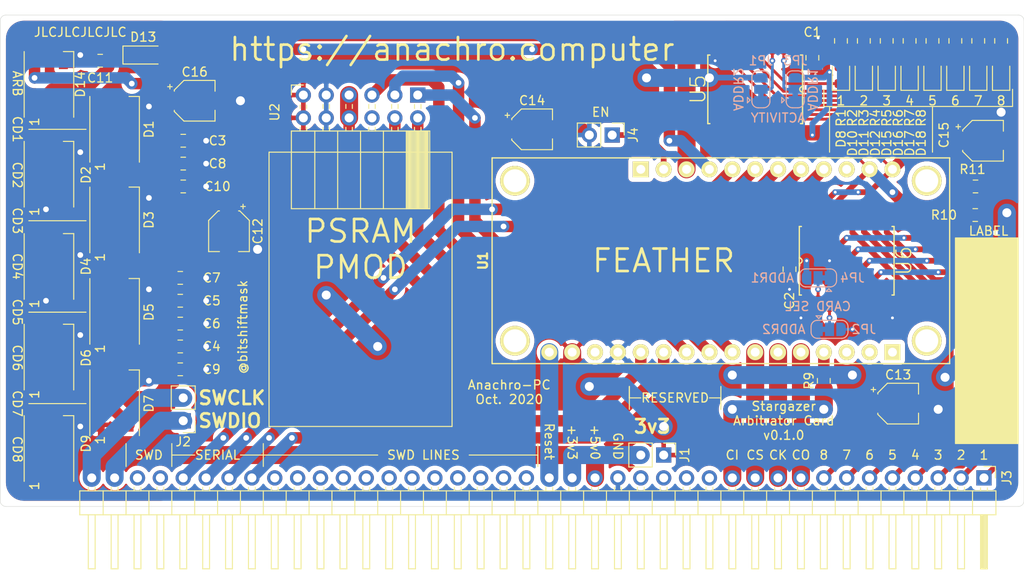
<source format=kicad_pcb>
(kicad_pcb (version 20171130) (host pcbnew 5.1.6)
  (layers (0 F.Cu signal) (31 B.Cu signal) (34 B.Paste user) (35 F.Paste user) (36 B.SilkS user) (37 F.SilkS user) (38 B.Mask user) (39 F.Mask user) (44 Edge.Cuts user))
  (net 0 "")
  (net 1 +5V)
  (net 2 "Net-(D1-Pad2)")
  (net 3 /NEO-ACT)
  (net 4 GND)
  (net 5 "Net-(D2-Pad2)")
  (net 6 "Net-(D3-Pad2)")
  (net 7 "Net-(D4-Pad2)")
  (net 8 "Net-(D5-Pad2)")
  (net 9 "Net-(D6-Pad2)")
  (net 10 "Net-(D7-Pad2)")
  (net 11 "Net-(D9-Pad2)")
  (net 12 "Net-(J2-Pad2)")
  (net 13 "Net-(J2-Pad1)")
  (net 14 /D5)
  (net 15 /D6)
  (net 16 /D9)
  (net 17 /D10)
  (net 18 /D11)
  (net 19 /D12)
  (net 20 /D13)
  (net 21 /VBAT)
  (net 22 /EN)
  (net 23 /DIO1)
  (net 24 /D1)
  (net 25 /D0)
  (net 26 /A3)
  (net 27 /A2)
  (net 28 /A1)
  (net 29 /A0)
  (net 30 /AREF)
  (net 31 +3V3)
  (net 32 /RST)
  (net 33 "Net-(D8-Pad2)")
  (net 34 /CARD1-ACT)
  (net 35 "Net-(D10-Pad2)")
  (net 36 /CARD2-ACT)
  (net 37 "Net-(D11-Pad2)")
  (net 38 /CARD3-ACT)
  (net 39 "Net-(D12-Pad2)")
  (net 40 /CARD4-ACT)
  (net 41 "Net-(D15-Pad2)")
  (net 42 /CARD5-ACT)
  (net 43 "Net-(D16-Pad2)")
  (net 44 /CARD6-ACT)
  (net 45 "Net-(D17-Pad2)")
  (net 46 /CARD7-ACT)
  (net 47 "Net-(D18-Pad2)")
  (net 48 /CARD8-ACT)
  (net 49 "Net-(JP1-Pad2)")
  (net 50 "Net-(JP2-Pad2)")
  (net 51 "Net-(JP3-Pad2)")
  (net 52 "Net-(JP4-Pad2)")
  (net 53 /A5)
  (net 54 /SCK)
  (net 55 /MOSI)
  (net 56 /MISO)
  (net 57 /D3-SCL)
  (net 58 /D2-SDA)
  (net 59 /A4)
  (net 60 "Net-(U5-Pad13)")
  (net 61 /CARD1-GO)
  (net 62 /CARD2-GO)
  (net 63 /CARD3-GO)
  (net 64 /CARD4-GO)
  (net 65 /CARD5-GO)
  (net 66 /CARD6-GO)
  (net 67 /CARD7-GO)
  (net 68 /CARD8-GO)
  (net 69 "Net-(U6-Pad13)")
  (net 70 "Net-(J1-Pad2)")
  (net 71 "Net-(J3-Pad38)")
  (net 72 "Net-(J3-Pad37)")
  (net 73 "Net-(J3-Pad32)")
  (net 74 "Net-(J3-Pad31)")
  (net 75 "Net-(J3-Pad30)")
  (net 76 "Net-(J3-Pad29)")
  (net 77 "Net-(J3-Pad28)")
  (net 78 "Net-(J3-Pad27)")
  (net 79 "Net-(J3-Pad26)")
  (net 80 "Net-(J3-Pad25)")
  (net 81 "Net-(J3-Pad24)")
  (net 82 "Net-(J3-Pad23)")
  (net 83 "Net-(J3-Pad22)")
  (net 84 "Net-(J3-Pad21)")
  (net 85 "Net-(J3-Pad16)")
  (net 86 "Net-(J3-Pad15)")
  (net 87 "Net-(J3-Pad14)")
  (net 88 "Net-(J3-Pad13)")
  (net 89 /MISO-BUFFER)
  (net 90 "Net-(C11-Pad1)")
  (net 91 "Net-(U2-Pad9)")
  (module Diode_SMD:D_SOD-123 (layer F.Cu) (at 84.455 80.01)
    (fp_text reference D13 (at 0 -2) (layer F.SilkS))
    (fp_text value D)
    (pad 2 smd rect (at 1.65 0) (size 0.9 1.2) (layers F.Cu F.Paste F.Mask) (net 1 +5V))
    (pad 1 smd rect (at -1.65 0) (size 0.9 1.2) (layers F.Cu F.Paste F.Mask) (net 90 "Net-(C11-Pad1)"))
  )
  (module Capacitor_SMD:CP_Elec_4x5.3 (layer F.Cu) (at 90.17 85.09)
    (fp_text reference C16 (at 0 -3.2) (layer F.SilkS))
    (fp_text value 10uF)
    (pad 2 smd roundrect (at 1.8 0) (size 2.6 1.6) (layers F.Cu F.Paste F.Mask) (roundrect_rratio 0.15625) (net 4 GND))
    (pad 1 smd roundrect (at -1.8 0) (size 2.6 1.6) (layers F.Cu F.Paste F.Mask) (roundrect_rratio 0.15625) (net 1 +5V))
  )
  (module Capacitor_SMD:CP_Elec_4x5.3 (layer F.Cu) (at 177.695 89.535)
    (fp_text reference C15 (at -4.34 -0.635 90) (layer F.SilkS))
    (fp_text value 10uF)
    (pad 2 smd roundrect (at 1.8 0) (size 2.6 1.6) (layers F.Cu F.Paste F.Mask) (roundrect_rratio 0.15625) (net 4 GND))
    (pad 1 smd roundrect (at -1.8 0) (size 2.6 1.6) (layers F.Cu F.Paste F.Mask) (roundrect_rratio 0.15625) (net 31 +3V3))
  )
  (module Capacitor_SMD:CP_Elec_4x5.3 (layer F.Cu) (at 127.635 88.265)
    (fp_text reference C14 (at 0 -3.2) (layer F.SilkS))
    (fp_text value 10uF)
    (pad 2 smd roundrect (at 1.8 0) (size 2.6 1.6) (layers F.Cu F.Paste F.Mask) (roundrect_rratio 0.15625) (net 4 GND))
    (pad 1 smd roundrect (at -1.8 0) (size 2.6 1.6) (layers F.Cu F.Paste F.Mask) (roundrect_rratio 0.15625) (net 31 +3V3))
  )
  (module Capacitor_SMD:CP_Elec_4x5.3 (layer F.Cu) (at 168.275 118.745)
    (fp_text reference C13 (at 0 -3.2) (layer F.SilkS))
    (fp_text value 10uF)
    (pad 2 smd roundrect (at 1.8 0) (size 2.6 1.6) (layers F.Cu F.Paste F.Mask) (roundrect_rratio 0.15625) (net 4 GND))
    (pad 1 smd roundrect (at -1.8 0) (size 2.6 1.6) (layers F.Cu F.Paste F.Mask) (roundrect_rratio 0.15625) (net 31 +3V3))
  )
  (module Capacitor_SMD:CP_Elec_4x5.3 (layer F.Cu) (at 93.98 99.59 270)
    (fp_text reference C12 (at 0 -3.2 90) (layer F.SilkS))
    (fp_text value 10uF)
    (pad 2 smd roundrect (at 1.8 0 270) (size 2.6 1.6) (layers F.Cu F.Paste F.Mask) (roundrect_rratio 0.15625) (net 4 GND))
    (pad 1 smd roundrect (at -1.8 0 270) (size 2.6 1.6) (layers F.Cu F.Paste F.Mask) (roundrect_rratio 0.15625) (net 31 +3V3))
  )
  (module Connector_PinHeader_2.54mm:PinHeader_1x02_P2.54mm_Vertical (layer F.Cu) (at 136.525 88.9 270)
    (fp_text reference J4 (at 0 -2.33 90) (layer F.SilkS))
    (fp_text value jumper)
    (pad 2 thru_hole oval (at 0 2.54 270) (size 1.7 1.7) (drill 1) (layers *.Cu *.Mask) (net 4 GND))
    (pad 1 thru_hole rect (at 0 0 270) (size 1.7 1.7) (drill 1) (layers *.Cu *.Mask) (net 22 /EN))
  )
  (module stargazer-stalk:pmod-double (layer F.Cu) (at 102.235 84.328 90)
    (fp_text reference U2 (at -2.032 -3.175 90) (layer F.SilkS))
    (fp_text value pmod-interface-type-2a-qspi)
    (pad 7 thru_hole oval (at -2.667 12.7 90) (size 1.7 1.7) (drill 1) (layers *.Cu *.Mask) (net 59 /A4))
    (pad 1 thru_hole rect (at -0.127 12.7 90) (size 1.7 1.7) (drill 1) (layers *.Cu *.Mask) (net 17 /D10))
    (pad 8 thru_hole oval (at -2.667 10.16 90) (size 1.7 1.7) (drill 1) (layers *.Cu *.Mask) (net 26 /A3))
    (pad 2 thru_hole oval (at -0.127 10.16 90) (size 1.7 1.7) (drill 1) (layers *.Cu *.Mask) (net 16 /D9))
    (pad 9 thru_hole oval (at -2.667 7.62 90) (size 1.7 1.7) (drill 1) (layers *.Cu *.Mask) (net 91 "Net-(U2-Pad9)"))
    (pad 3 thru_hole oval (at -0.127 7.62 90) (size 1.7 1.7) (drill 1) (layers *.Cu *.Mask) (net 15 /D6))
    (pad 10 thru_hole oval (at -2.667 5.08 90) (size 1.7 1.7) (drill 1) (layers *.Cu *.Mask) (net 27 /A2))
    (pad 4 thru_hole oval (at -0.127 5.08 90) (size 1.7 1.7) (drill 1) (layers *.Cu *.Mask) (net 27 /A2))
    (pad 11 thru_hole oval (at -2.667 2.54 90) (size 1.7 1.7) (drill 1) (layers *.Cu *.Mask) (net 4 GND))
    (pad 5 thru_hole oval (at -0.127 2.54 90) (size 1.7 1.7) (drill 1) (layers *.Cu *.Mask) (net 4 GND))
    (pad 12 thru_hole oval (at -2.667 0 90) (size 1.7 1.7) (drill 1) (layers *.Cu *.Mask) (net 31 +3V3))
    (pad 6 thru_hole oval (at -0.127 0 90) (size 1.7 1.7) (drill 1) (layers *.Cu *.Mask) (net 31 +3V3))
  )
  (module stargazer-stalk:SOIC127P1032X265-16N (layer F.Cu) (at 162.56 102.87 90)
    (fp_text reference U6 (at 0 6.35 90) (layer F.SilkS) (effects (font (size 1.64274 1.64274))))
    (fp_text value PCF8574)
    (pad 1 smd rect (at -4.7752 -4.445 90) (size 1.8034 0.5334) (layers F.Cu F.Paste F.Mask) (net 4 GND))
    (pad 2 smd rect (at -4.7752 -3.175 90) (size 1.8034 0.5334) (layers F.Cu F.Paste F.Mask) (net 52 "Net-(JP4-Pad2)"))
    (pad 3 smd rect (at -4.7752 -1.905 90) (size 1.8034 0.5334) (layers F.Cu F.Paste F.Mask) (net 50 "Net-(JP2-Pad2)"))
    (pad 4 smd rect (at -4.7752 -0.635 90) (size 1.8034 0.5334) (layers F.Cu F.Paste F.Mask) (net 61 /CARD1-GO))
    (pad 5 smd rect (at -4.7752 0.635 90) (size 1.8034 0.5334) (layers F.Cu F.Paste F.Mask) (net 62 /CARD2-GO))
    (pad 6 smd rect (at -4.7752 1.905 90) (size 1.8034 0.5334) (layers F.Cu F.Paste F.Mask) (net 63 /CARD3-GO))
    (pad 7 smd rect (at -4.7752 3.175 90) (size 1.8034 0.5334) (layers F.Cu F.Paste F.Mask) (net 64 /CARD4-GO))
    (pad 8 smd rect (at -4.7752 4.445 90) (size 1.8034 0.5334) (layers F.Cu F.Paste F.Mask) (net 4 GND))
    (pad 9 smd rect (at 4.7752 4.445 90) (size 1.8034 0.5334) (layers F.Cu F.Paste F.Mask) (net 65 /CARD5-GO))
    (pad 10 smd rect (at 4.7752 3.175 90) (size 1.8034 0.5334) (layers F.Cu F.Paste F.Mask) (net 66 /CARD6-GO))
    (pad 11 smd rect (at 4.7752 1.905 90) (size 1.8034 0.5334) (layers F.Cu F.Paste F.Mask) (net 67 /CARD7-GO))
    (pad 12 smd rect (at 4.7752 0.635 90) (size 1.8034 0.5334) (layers F.Cu F.Paste F.Mask) (net 68 /CARD8-GO))
    (pad 13 smd rect (at 4.7752 -0.635 90) (size 1.8034 0.5334) (layers F.Cu F.Paste F.Mask) (net 69 "Net-(U6-Pad13)"))
    (pad 14 smd rect (at 4.7752 -1.905 90) (size 1.8034 0.5334) (layers F.Cu F.Paste F.Mask) (net 57 /D3-SCL))
    (pad 15 smd rect (at 4.7752 -3.175 90) (size 1.8034 0.5334) (layers F.Cu F.Paste F.Mask) (net 58 /D2-SDA))
    (pad 16 smd rect (at 4.7752 -4.445 90) (size 1.8034 0.5334) (layers F.Cu F.Paste F.Mask) (net 31 +3V3))
  )
  (module Modules:ADAFRUIT_FEATHER (layer F.Cu) (at 148.59 102.87)
    (fp_text reference U1 (at -26.416 0 90) (layer F.SilkS) (effects (font (thickness 0.25))))
    (fp_text value ADAFRUIT_FEATHER hide)
    (pad 28 thru_hole circle (at 19.05 -10.16) (size 1.778 1.778) (drill 0.9906) (layers *.Cu *.Mask F.SilkS) (net 58 /D2-SDA))
    (pad 27 thru_hole circle (at 16.51 -10.16) (size 1.778 1.778) (drill 0.9906) (layers *.Cu *.Mask F.SilkS) (net 57 /D3-SCL))
    (pad 26 thru_hole circle (at 13.97 -10.16) (size 1.778 1.778) (drill 0.9906) (layers *.Cu *.Mask F.SilkS) (net 14 /D5))
    (pad 25 thru_hole circle (at 11.43 -10.16) (size 1.778 1.778) (drill 0.9906) (layers *.Cu *.Mask F.SilkS) (net 15 /D6))
    (pad 24 thru_hole circle (at 8.89 -10.16) (size 1.778 1.778) (drill 0.9906) (layers *.Cu *.Mask F.SilkS) (net 16 /D9))
    (pad 23 thru_hole circle (at 6.35 -10.16) (size 1.778 1.778) (drill 0.9906) (layers *.Cu *.Mask F.SilkS) (net 17 /D10))
    (pad 22 thru_hole circle (at 3.81 -10.16) (size 1.778 1.778) (drill 0.9906) (layers *.Cu *.Mask F.SilkS) (net 18 /D11))
    (pad 21 thru_hole circle (at 1.27 -10.16) (size 1.778 1.778) (drill 0.9906) (layers *.Cu *.Mask F.SilkS) (net 19 /D12))
    (pad 20 thru_hole circle (at -1.27 -10.16) (size 1.778 1.778) (drill 0.9906) (layers *.Cu *.Mask F.SilkS) (net 20 /D13))
    (pad 19 thru_hole circle (at -3.81 -10.16) (size 1.778 1.778) (drill 0.9906) (layers *.Cu *.Mask F.SilkS) (net 1 +5V))
    (pad 17 thru_hole rect (at -8.89 -10.16) (size 1.778 1.778) (drill 0.9906) (layers *.Cu *.Mask F.SilkS) (net 21 /VBAT))
    (pad 18 thru_hole circle (at -6.35 -10.16) (size 1.778 1.778) (drill 0.9906) (layers *.Cu *.Mask F.SilkS) (net 22 /EN))
    (pad 1 thru_hole rect (at 19.05 10.16) (size 1.778 1.778) (drill 0.9906) (layers *.Cu *.Mask F.SilkS) (net 23 /DIO1))
    (pad 2 thru_hole circle (at 16.51 10.16) (size 1.778 1.778) (drill 0.9906) (layers *.Cu *.Mask F.SilkS) (net 24 /D1))
    (pad 3 thru_hole circle (at 13.97 10.16) (size 1.778 1.778) (drill 0.9906) (layers *.Cu *.Mask F.SilkS) (net 25 /D0))
    (pad 4 thru_hole circle (at 11.43 10.16) (size 1.778 1.778) (drill 0.9906) (layers *.Cu *.Mask F.SilkS) (net 56 /MISO))
    (pad 5 thru_hole circle (at 8.89 10.16) (size 1.778 1.778) (drill 0.9906) (layers *.Cu *.Mask F.SilkS) (net 55 /MOSI))
    (pad 6 thru_hole circle (at 6.35 10.16) (size 1.778 1.778) (drill 0.9906) (layers *.Cu *.Mask F.SilkS) (net 54 /SCK))
    (pad 7 thru_hole circle (at 3.81 10.16) (size 1.778 1.778) (drill 0.9906) (layers *.Cu *.Mask F.SilkS) (net 53 /A5))
    (pad 8 thru_hole circle (at 1.27 10.16) (size 1.778 1.778) (drill 0.9906) (layers *.Cu *.Mask F.SilkS) (net 59 /A4))
    (pad 9 thru_hole circle (at -1.27 10.16) (size 1.778 1.778) (drill 0.9906) (layers *.Cu *.Mask F.SilkS) (net 26 /A3))
    (pad 10 thru_hole circle (at -3.81 10.16) (size 1.778 1.778) (drill 0.9906) (layers *.Cu *.Mask F.SilkS) (net 27 /A2))
    (pad 11 thru_hole circle (at -6.35 10.16) (size 1.778 1.778) (drill 0.9906) (layers *.Cu *.Mask F.SilkS) (net 28 /A1))
    (pad 12 thru_hole circle (at -8.89 10.16) (size 1.778 1.778) (drill 0.9906) (layers *.Cu *.Mask F.SilkS) (net 29 /A0))
    (pad 13 thru_hole circle (at -11.43 10.16) (size 1.778 1.778) (drill 0.9906) (layers *.Cu *.Mask F.SilkS) (net 4 GND))
    (pad 14 thru_hole circle (at -13.97 10.16) (size 1.778 1.778) (drill 0.9906) (layers *.Cu *.Mask F.SilkS) (net 30 /AREF))
    (pad 15 thru_hole circle (at -16.51 10.16) (size 1.778 1.778) (drill 0.9906) (layers *.Cu *.Mask F.SilkS) (net 31 +3V3))
    (pad 16 thru_hole circle (at -19.05 10.16) (size 1.778 1.778) (drill 0.9906) (layers *.Cu *.Mask F.SilkS) (net 32 /RST))
    (pad "" thru_hole circle (at 22.86 -8.89) (size 3.302 3.302) (drill 2.54) (layers *.Cu *.Mask F.SilkS))
    (pad "" thru_hole circle (at 22.86 8.89) (size 3.302 3.302) (drill 2.54) (layers *.Cu *.Mask F.SilkS))
    (pad "" thru_hole circle (at -22.86 8.89) (size 3.302 3.302) (drill 2.54) (layers *.Cu *.Mask F.SilkS))
    (pad "" thru_hole circle (at -22.86 -8.89) (size 3.302 3.302) (drill 2.54) (layers *.Cu *.Mask F.SilkS))
  )
  (module Resistor_SMD:R_0805_2012Metric (layer F.Cu) (at 176.8625 94.615 180)
    (fp_text reference R11 (at 0.3325 1.905) (layer F.SilkS))
    (fp_text value 4.7K)
    (pad 2 smd roundrect (at 0.9375 0 180) (size 0.975 1.4) (layers F.Cu F.Paste F.Mask) (net 58 /D2-SDA))
    (pad 1 smd roundrect (at -0.9375 0 180) (size 0.975 1.4) (layers F.Cu F.Paste F.Mask) (net 31 +3V3))
  )
  (module Resistor_SMD:R_0805_2012Metric (layer F.Cu) (at 176.8325 97.79 180)
    (fp_text reference R10 (at 3.4775 0) (layer F.SilkS))
    (fp_text value 4.7K)
    (pad 2 smd roundrect (at 0.9375 0 180) (size 0.975 1.4) (layers F.Cu F.Paste F.Mask) (net 57 /D3-SCL))
    (pad 1 smd roundrect (at -0.9375 0 180) (size 0.975 1.4) (layers F.Cu F.Paste F.Mask) (net 31 +3V3))
  )
  (module Resistor_SMD:R_0805_2012Metric (layer F.Cu) (at 160.02 116.205 90)
    (fp_text reference R9 (at 0 -1.65 90) (layer F.SilkS))
    (fp_text value R)
    (pad 2 smd roundrect (at 0.9375 0 90) (size 0.975 1.4) (layers F.Cu F.Paste F.Mask) (net 56 /MISO))
    (pad 1 smd roundrect (at -0.9375 0 90) (size 0.975 1.4) (layers F.Cu F.Paste F.Mask) (net 89 /MISO-BUFFER))
  )
  (module Jumper:SolderJumper-3_P1.3mm_Bridged12_RoundedPad1.0x1.5mm (layer B.Cu) (at 159.385 104.775 180)
    (fp_text reference JP4 (at -3.81 0 180) (layer B.SilkS) (effects (justify mirror)))
    (fp_text value Jumper_3_Bridged12)
    (fp_poly (pts (xy -0.9 0.3) (xy -0.4 0.3) (xy -0.4 -0.3) (xy -0.9 -0.3)) (layer B.Cu) (width 0))
    (pad 1 smd custom (at -1.3 0 180) (size 1 0.5) (layers B.Cu B.Mask) (net 4 GND) (options (clearance outline) (anchor rect)) (primitives (gr_circle (center 0 -0.25) (end 0.5 -0.25) (width 0)) (gr_circle (center 0 0.25) (end 0.5 0.25) (width 0)) (gr_poly (pts (xy 0.55 0.75) (xy 0 0.75) (xy 0 -0.75) (xy 0.55 -0.75)) (width 0))))
    (pad 2 smd rect (at 0 0 180) (size 1 1.5) (layers B.Cu B.Mask) (net 52 "Net-(JP4-Pad2)"))
    (pad 3 smd custom (at 1.3 0 180) (size 1 0.5) (layers B.Cu B.Mask) (net 31 +3V3) (options (clearance outline) (anchor rect)) (primitives (gr_circle (center 0 -0.25) (end 0.5 -0.25) (width 0)) (gr_circle (center 0 0.25) (end 0.5 0.25) (width 0)) (gr_poly (pts (xy -0.55 0.75) (xy 0 0.75) (xy 0 -0.75) (xy -0.55 -0.75)) (width 0))))
  )
  (module Jumper:SolderJumper-3_P1.3mm_Bridged12_RoundedPad1.0x1.5mm (layer B.Cu) (at 160.655 110.49)
    (fp_text reference JP2 (at 3.81 0 180) (layer B.SilkS) (effects (justify mirror)))
    (fp_text value Jumper_3_Bridged12)
    (fp_poly (pts (xy -0.9 0.3) (xy -0.4 0.3) (xy -0.4 -0.3) (xy -0.9 -0.3)) (layer B.Cu) (width 0))
    (pad 1 smd custom (at -1.3 0) (size 1 0.5) (layers B.Cu B.Mask) (net 4 GND) (options (clearance outline) (anchor rect)) (primitives (gr_circle (center 0 -0.25) (end 0.5 -0.25) (width 0)) (gr_circle (center 0 0.25) (end 0.5 0.25) (width 0)) (gr_poly (pts (xy 0.55 0.75) (xy 0 0.75) (xy 0 -0.75) (xy 0.55 -0.75)) (width 0))))
    (pad 2 smd rect (at 0 0) (size 1 1.5) (layers B.Cu B.Mask) (net 50 "Net-(JP2-Pad2)"))
    (pad 3 smd custom (at 1.3 0) (size 1 0.5) (layers B.Cu B.Mask) (net 31 +3V3) (options (clearance outline) (anchor rect)) (primitives (gr_circle (center 0 -0.25) (end 0.5 -0.25) (width 0)) (gr_circle (center 0 0.25) (end 0.5 0.25) (width 0)) (gr_poly (pts (xy -0.55 0.75) (xy 0 0.75) (xy 0 -0.75) (xy -0.55 -0.75)) (width 0))))
  )
  (module Connector_PinHeader_2.54mm:PinHeader_1x40_P2.54mm_Horizontal (layer F.Cu) (at 177.8 127 270)
    (fp_text reference J3 (at 0 -2.54 90) (layer F.SilkS))
    (fp_text value card-header)
    (pad 40 thru_hole oval (at 0 99.06 270) (size 1.7 1.7) (drill 1) (layers *.Cu *.Mask) (net 12 "Net-(J2-Pad2)"))
    (pad 39 thru_hole oval (at 0 96.52 270) (size 1.7 1.7) (drill 1) (layers *.Cu *.Mask) (net 13 "Net-(J2-Pad1)"))
    (pad 38 thru_hole oval (at 0 93.98 270) (size 1.7 1.7) (drill 1) (layers *.Cu *.Mask) (net 71 "Net-(J3-Pad38)"))
    (pad 37 thru_hole oval (at 0 91.44 270) (size 1.7 1.7) (drill 1) (layers *.Cu *.Mask) (net 72 "Net-(J3-Pad37)"))
    (pad 36 thru_hole oval (at 0 88.9 270) (size 1.7 1.7) (drill 1) (layers *.Cu *.Mask) (net 19 /D12))
    (pad 35 thru_hole oval (at 0 86.36 270) (size 1.7 1.7) (drill 1) (layers *.Cu *.Mask) (net 18 /D11))
    (pad 34 thru_hole oval (at 0 83.82 270) (size 1.7 1.7) (drill 1) (layers *.Cu *.Mask) (net 29 /A0))
    (pad 33 thru_hole oval (at 0 81.28 270) (size 1.7 1.7) (drill 1) (layers *.Cu *.Mask) (net 28 /A1))
    (pad 32 thru_hole oval (at 0 78.74 270) (size 1.7 1.7) (drill 1) (layers *.Cu *.Mask) (net 73 "Net-(J3-Pad32)"))
    (pad 31 thru_hole oval (at 0 76.2 270) (size 1.7 1.7) (drill 1) (layers *.Cu *.Mask) (net 74 "Net-(J3-Pad31)"))
    (pad 30 thru_hole oval (at 0 73.66 270) (size 1.7 1.7) (drill 1) (layers *.Cu *.Mask) (net 75 "Net-(J3-Pad30)"))
    (pad 29 thru_hole oval (at 0 71.12 270) (size 1.7 1.7) (drill 1) (layers *.Cu *.Mask) (net 76 "Net-(J3-Pad29)"))
    (pad 28 thru_hole oval (at 0 68.58 270) (size 1.7 1.7) (drill 1) (layers *.Cu *.Mask) (net 77 "Net-(J3-Pad28)"))
    (pad 27 thru_hole oval (at 0 66.04 270) (size 1.7 1.7) (drill 1) (layers *.Cu *.Mask) (net 78 "Net-(J3-Pad27)"))
    (pad 26 thru_hole oval (at 0 63.5 270) (size 1.7 1.7) (drill 1) (layers *.Cu *.Mask) (net 79 "Net-(J3-Pad26)"))
    (pad 25 thru_hole oval (at 0 60.96 270) (size 1.7 1.7) (drill 1) (layers *.Cu *.Mask) (net 80 "Net-(J3-Pad25)"))
    (pad 24 thru_hole oval (at 0 58.42 270) (size 1.7 1.7) (drill 1) (layers *.Cu *.Mask) (net 81 "Net-(J3-Pad24)"))
    (pad 23 thru_hole oval (at 0 55.88 270) (size 1.7 1.7) (drill 1) (layers *.Cu *.Mask) (net 82 "Net-(J3-Pad23)"))
    (pad 22 thru_hole oval (at 0 53.34 270) (size 1.7 1.7) (drill 1) (layers *.Cu *.Mask) (net 83 "Net-(J3-Pad22)"))
    (pad 21 thru_hole oval (at 0 50.8 270) (size 1.7 1.7) (drill 1) (layers *.Cu *.Mask) (net 84 "Net-(J3-Pad21)"))
    (pad 20 thru_hole oval (at 0 48.26 270) (size 1.7 1.7) (drill 1) (layers *.Cu *.Mask) (net 32 /RST))
    (pad 19 thru_hole oval (at 0 45.72 270) (size 1.7 1.7) (drill 1) (layers *.Cu *.Mask) (net 70 "Net-(J1-Pad2)"))
    (pad 18 thru_hole oval (at 0 43.18 270) (size 1.7 1.7) (drill 1) (layers *.Cu *.Mask) (net 1 +5V))
    (pad 17 thru_hole oval (at 0 40.64 270) (size 1.7 1.7) (drill 1) (layers *.Cu *.Mask) (net 4 GND))
    (pad 16 thru_hole oval (at 0 38.1 270) (size 1.7 1.7) (drill 1) (layers *.Cu *.Mask) (net 85 "Net-(J3-Pad16)"))
    (pad 15 thru_hole oval (at 0 35.56 270) (size 1.7 1.7) (drill 1) (layers *.Cu *.Mask) (net 86 "Net-(J3-Pad15)"))
    (pad 14 thru_hole oval (at 0 33.02 270) (size 1.7 1.7) (drill 1) (layers *.Cu *.Mask) (net 87 "Net-(J3-Pad14)"))
    (pad 13 thru_hole oval (at 0 30.48 270) (size 1.7 1.7) (drill 1) (layers *.Cu *.Mask) (net 88 "Net-(J3-Pad13)"))
    (pad 12 thru_hole oval (at 0 27.94 270) (size 1.7 1.7) (drill 1) (layers *.Cu *.Mask) (net 89 /MISO-BUFFER))
    (pad 11 thru_hole oval (at 0 25.4 270) (size 1.7 1.7) (drill 1) (layers *.Cu *.Mask) (net 53 /A5))
    (pad 10 thru_hole oval (at 0 22.86 270) (size 1.7 1.7) (drill 1) (layers *.Cu *.Mask) (net 54 /SCK))
    (pad 9 thru_hole oval (at 0 20.32 270) (size 1.7 1.7) (drill 1) (layers *.Cu *.Mask) (net 55 /MOSI))
    (pad 8 thru_hole oval (at 0 17.78 270) (size 1.7 1.7) (drill 1) (layers *.Cu *.Mask) (net 68 /CARD8-GO))
    (pad 7 thru_hole oval (at 0 15.24 270) (size 1.7 1.7) (drill 1) (layers *.Cu *.Mask) (net 67 /CARD7-GO))
    (pad 6 thru_hole oval (at 0 12.7 270) (size 1.7 1.7) (drill 1) (layers *.Cu *.Mask) (net 66 /CARD6-GO))
    (pad 5 thru_hole oval (at 0 10.16 270) (size 1.7 1.7) (drill 1) (layers *.Cu *.Mask) (net 65 /CARD5-GO))
    (pad 4 thru_hole oval (at 0 7.62 270) (size 1.7 1.7) (drill 1) (layers *.Cu *.Mask) (net 64 /CARD4-GO))
    (pad 3 thru_hole oval (at 0 5.08 270) (size 1.7 1.7) (drill 1) (layers *.Cu *.Mask) (net 63 /CARD3-GO))
    (pad 2 thru_hole oval (at 0 2.54 270) (size 1.7 1.7) (drill 1) (layers *.Cu *.Mask) (net 62 /CARD2-GO))
    (pad 1 thru_hole rect (at 0 0 270) (size 1.7 1.7) (drill 1) (layers *.Cu *.Mask) (net 61 /CARD1-GO))
  )
  (module Connector_PinHeader_2.54mm:PinHeader_1x02_P2.54mm_Vertical (layer F.Cu) (at 88.9 120.65 180)
    (fp_text reference J2 (at 0 -2.33) (layer F.SilkS))
    (fp_text value card-programming-header-arb)
    (pad 2 thru_hole oval (at 0 2.54 180) (size 1.7 1.7) (drill 1) (layers *.Cu *.Mask) (net 12 "Net-(J2-Pad2)"))
    (pad 1 thru_hole rect (at 0 0 180) (size 1.7 1.7) (drill 1) (layers *.Cu *.Mask) (net 13 "Net-(J2-Pad1)"))
  )
  (module Connector_PinHeader_2.54mm:PinHeader_1x02_P2.54mm_Vertical (layer F.Cu) (at 142.24 124.46 270)
    (fp_text reference J1 (at 0 -2.33 90) (layer F.SilkS))
    (fp_text value jumper)
    (pad 2 thru_hole oval (at 0 2.54 270) (size 1.7 1.7) (drill 1) (layers *.Cu *.Mask) (net 70 "Net-(J1-Pad2)"))
    (pad 1 thru_hole rect (at 0 0 270) (size 1.7 1.7) (drill 1) (layers *.Cu *.Mask) (net 31 +3V3))
  )
  (module Capacitor_SMD:C_0805_2012Metric (layer F.Cu) (at 156.21 103.8075 270)
    (fp_text reference C2 (at 3.5075 0 90) (layer F.SilkS))
    (fp_text value 100nF)
    (pad 2 smd roundrect (at 0.9375 0 270) (size 0.975 1.4) (layers F.Cu F.Paste F.Mask) (net 4 GND))
    (pad 1 smd roundrect (at -0.9375 0 270) (size 0.975 1.4) (layers F.Cu F.Paste F.Mask) (net 31 +3V3))
  )
  (module Capacitor_SMD:C_0805_2012Metric (layer F.Cu) (at 158.75 80.3125 90)
    (fp_text reference C1 (at 2.8425 0 180) (layer F.SilkS))
    (fp_text value 100nF)
    (pad 2 smd roundrect (at 0.9375 0 90) (size 0.975 1.4) (layers F.Cu F.Paste F.Mask) (net 4 GND))
    (pad 1 smd roundrect (at -0.9375 0 90) (size 0.975 1.4) (layers F.Cu F.Paste F.Mask) (net 31 +3V3))
  )
  (module Capacitor_SMD:C_0805_2012Metric (layer F.Cu) (at 79.6775 80.645 180)
    (fp_text reference C11 (at 0 -1.905) (layer F.SilkS))
    (fp_text value 100nF)
    (pad 2 smd roundrect (at 0.9375 0 180) (size 0.975 1.4) (layers F.Cu F.Paste F.Mask) (net 4 GND))
    (pad 1 smd roundrect (at -0.9375 0 180) (size 0.975 1.4) (layers F.Cu F.Paste F.Mask) (net 90 "Net-(C11-Pad1)"))
  )
  (module LED_SMD:LED_0805_2012Metric (layer F.Cu) (at 161.925 82.2475 90)
    (fp_text reference D8 (at -6.0175 0 90) (layer F.SilkS) (effects (justify right)))
    (fp_text value LED)
    (pad 2 smd roundrect (at 0.9375 0 90) (size 0.975 1.4) (layers F.Cu F.Paste F.Mask) (net 33 "Net-(D8-Pad2)"))
    (pad 1 smd roundrect (at -0.9375 0 90) (size 0.975 1.4) (layers F.Cu F.Paste F.Mask) (net 34 /CARD1-ACT))
  )
  (module LED_SMD:LED_0805_2012Metric (layer F.Cu) (at 172.085 82.2475 90)
    (fp_text reference D15 (at -6.0175 -5.08 90) (layer F.SilkS) (effects (justify right)))
    (fp_text value LED)
    (pad 2 smd roundrect (at 0.9375 0 90) (size 0.975 1.4) (layers F.Cu F.Paste F.Mask) (net 41 "Net-(D15-Pad2)"))
    (pad 1 smd roundrect (at -0.9375 0 90) (size 0.975 1.4) (layers F.Cu F.Paste F.Mask) (net 42 /CARD5-ACT))
  )
  (module LED_SMD:LED_0805_2012Metric (layer F.Cu) (at 174.625 82.2475 90)
    (fp_text reference D16 (at -6.0175 -6.35 90) (layer F.SilkS) (effects (justify right)))
    (fp_text value LED)
    (pad 2 smd roundrect (at 0.9375 0 90) (size 0.975 1.4) (layers F.Cu F.Paste F.Mask) (net 43 "Net-(D16-Pad2)"))
    (pad 1 smd roundrect (at -0.9375 0 90) (size 0.975 1.4) (layers F.Cu F.Paste F.Mask) (net 44 /CARD6-ACT))
  )
  (module LED_SMD:LED_0805_2012Metric (layer F.Cu) (at 177.165 82.2475 90)
    (fp_text reference D17 (at -6.0175 -7.62 90) (layer F.SilkS) (effects (justify right)))
    (fp_text value LED)
    (pad 2 smd roundrect (at 0.9375 0 90) (size 0.975 1.4) (layers F.Cu F.Paste F.Mask) (net 45 "Net-(D17-Pad2)"))
    (pad 1 smd roundrect (at -0.9375 0 90) (size 0.975 1.4) (layers F.Cu F.Paste F.Mask) (net 46 /CARD7-ACT))
  )
  (module LED_SMD:LED_0805_2012Metric (layer F.Cu) (at 179.705 82.2475 90)
    (fp_text reference D18 (at -6.0175 -8.89 90) (layer F.SilkS) (effects (justify right)))
    (fp_text value LED)
    (pad 2 smd roundrect (at 0.9375 0 90) (size 0.975 1.4) (layers F.Cu F.Paste F.Mask) (net 47 "Net-(D18-Pad2)"))
    (pad 1 smd roundrect (at -0.9375 0 90) (size 0.975 1.4) (layers F.Cu F.Paste F.Mask) (net 48 /CARD8-ACT))
  )
  (module LED_SMD:LED_0805_2012Metric (layer F.Cu) (at 164.465 82.2475 90)
    (fp_text reference D10 (at -6.0175 -1.27 90) (layer F.SilkS) (effects (justify right)))
    (fp_text value LED)
    (pad 2 smd roundrect (at 0.9375 0 90) (size 0.975 1.4) (layers F.Cu F.Paste F.Mask) (net 35 "Net-(D10-Pad2)"))
    (pad 1 smd roundrect (at -0.9375 0 90) (size 0.975 1.4) (layers F.Cu F.Paste F.Mask) (net 36 /CARD2-ACT))
  )
  (module LED_SMD:LED_0805_2012Metric (layer F.Cu) (at 167.005 82.2475 90)
    (fp_text reference D11 (at -6.0175 -2.54 270) (layer F.SilkS) (effects (justify right)))
    (fp_text value LED)
    (pad 2 smd roundrect (at 0.9375 0 90) (size 0.975 1.4) (layers F.Cu F.Paste F.Mask) (net 37 "Net-(D11-Pad2)"))
    (pad 1 smd roundrect (at -0.9375 0 90) (size 0.975 1.4) (layers F.Cu F.Paste F.Mask) (net 38 /CARD3-ACT))
  )
  (module LED_SMD:LED_0805_2012Metric (layer F.Cu) (at 169.545 82.2475 90)
    (fp_text reference D12 (at -6.0175 -3.81 90) (layer F.SilkS) (effects (justify right)))
    (fp_text value LED)
    (pad 2 smd roundrect (at 0.9375 0 90) (size 0.975 1.4) (layers F.Cu F.Paste F.Mask) (net 39 "Net-(D12-Pad2)"))
    (pad 1 smd roundrect (at -0.9375 0 90) (size 0.975 1.4) (layers F.Cu F.Paste F.Mask) (net 40 /CARD4-ACT))
  )
  (module stargazer-stalk:SOIC127P1032X265-16N (layer F.Cu) (at 152.4 83.82 270)
    (fp_text reference U5 (at 0 6.35 90) (layer F.SilkS) (effects (font (size 1.64274 1.64274))))
    (fp_text value PCF8574)
    (pad 1 smd rect (at -4.7752 -4.445 270) (size 1.8034 0.5334) (layers F.Cu F.Paste F.Mask) (net 31 +3V3))
    (pad 2 smd rect (at -4.7752 -3.175 270) (size 1.8034 0.5334) (layers F.Cu F.Paste F.Mask) (net 51 "Net-(JP3-Pad2)"))
    (pad 3 smd rect (at -4.7752 -1.905 270) (size 1.8034 0.5334) (layers F.Cu F.Paste F.Mask) (net 49 "Net-(JP1-Pad2)"))
    (pad 4 smd rect (at -4.7752 -0.635 270) (size 1.8034 0.5334) (layers F.Cu F.Paste F.Mask) (net 34 /CARD1-ACT))
    (pad 5 smd rect (at -4.7752 0.635 270) (size 1.8034 0.5334) (layers F.Cu F.Paste F.Mask) (net 36 /CARD2-ACT))
    (pad 6 smd rect (at -4.7752 1.905 270) (size 1.8034 0.5334) (layers F.Cu F.Paste F.Mask) (net 38 /CARD3-ACT))
    (pad 7 smd rect (at -4.7752 3.175 270) (size 1.8034 0.5334) (layers F.Cu F.Paste F.Mask) (net 40 /CARD4-ACT))
    (pad 8 smd rect (at -4.7752 4.445 270) (size 1.8034 0.5334) (layers F.Cu F.Paste F.Mask) (net 4 GND))
    (pad 9 smd rect (at 4.7752 4.445 270) (size 1.8034 0.5334) (layers F.Cu F.Paste F.Mask) (net 42 /CARD5-ACT))
    (pad 10 smd rect (at 4.7752 3.175 270) (size 1.8034 0.5334) (layers F.Cu F.Paste F.Mask) (net 44 /CARD6-ACT))
    (pad 11 smd rect (at 4.7752 1.905 270) (size 1.8034 0.5334) (layers F.Cu F.Paste F.Mask) (net 46 /CARD7-ACT))
    (pad 12 smd rect (at 4.7752 0.635 270) (size 1.8034 0.5334) (layers F.Cu F.Paste F.Mask) (net 48 /CARD8-ACT))
    (pad 13 smd rect (at 4.7752 -0.635 270) (size 1.8034 0.5334) (layers F.Cu F.Paste F.Mask) (net 60 "Net-(U5-Pad13)"))
    (pad 14 smd rect (at 4.7752 -1.905 270) (size 1.8034 0.5334) (layers F.Cu F.Paste F.Mask) (net 57 /D3-SCL))
    (pad 15 smd rect (at 4.7752 -3.175 270) (size 1.8034 0.5334) (layers F.Cu F.Paste F.Mask) (net 58 /D2-SDA))
    (pad 16 smd rect (at 4.7752 -4.445 270) (size 1.8034 0.5334) (layers F.Cu F.Paste F.Mask) (net 31 +3V3))
  )
  (module Resistor_SMD:R_0805_2012Metric (layer F.Cu) (at 179.705 78.4375 270)
    (fp_text reference R8 (at 8.5575 8.89 90) (layer F.SilkS))
    (fp_text value R)
    (pad 2 smd roundrect (at 0.9375 0 270) (size 0.975 1.4) (layers F.Cu F.Paste F.Mask) (net 47 "Net-(D18-Pad2)"))
    (pad 1 smd roundrect (at -0.9375 0 270) (size 0.975 1.4) (layers F.Cu F.Paste F.Mask) (net 31 +3V3))
  )
  (module Resistor_SMD:R_0805_2012Metric (layer F.Cu) (at 177.165 78.4375 270)
    (fp_text reference R7 (at 8.5575 7.62 90) (layer F.SilkS))
    (fp_text value R)
    (pad 2 smd roundrect (at 0.9375 0 270) (size 0.975 1.4) (layers F.Cu F.Paste F.Mask) (net 45 "Net-(D17-Pad2)"))
    (pad 1 smd roundrect (at -0.9375 0 270) (size 0.975 1.4) (layers F.Cu F.Paste F.Mask) (net 31 +3V3))
  )
  (module Resistor_SMD:R_0805_2012Metric (layer F.Cu) (at 174.625 78.4375 270)
    (fp_text reference R6 (at 8.5575 6.35 90) (layer F.SilkS))
    (fp_text value R)
    (pad 2 smd roundrect (at 0.9375 0 270) (size 0.975 1.4) (layers F.Cu F.Paste F.Mask) (net 43 "Net-(D16-Pad2)"))
    (pad 1 smd roundrect (at -0.9375 0 270) (size 0.975 1.4) (layers F.Cu F.Paste F.Mask) (net 31 +3V3))
  )
  (module Resistor_SMD:R_0805_2012Metric (layer F.Cu) (at 172.085 78.4375 270)
    (fp_text reference R5 (at 8.5575 5.08 90) (layer F.SilkS))
    (fp_text value R)
    (pad 2 smd roundrect (at 0.9375 0 270) (size 0.975 1.4) (layers F.Cu F.Paste F.Mask) (net 41 "Net-(D15-Pad2)"))
    (pad 1 smd roundrect (at -0.9375 0 270) (size 0.975 1.4) (layers F.Cu F.Paste F.Mask) (net 31 +3V3))
  )
  (module Resistor_SMD:R_0805_2012Metric (layer F.Cu) (at 169.545 78.4375 270)
    (fp_text reference R4 (at 8.5575 3.81 90) (layer F.SilkS))
    (fp_text value R)
    (pad 2 smd roundrect (at 0.9375 0 270) (size 0.975 1.4) (layers F.Cu F.Paste F.Mask) (net 39 "Net-(D12-Pad2)"))
    (pad 1 smd roundrect (at -0.9375 0 270) (size 0.975 1.4) (layers F.Cu F.Paste F.Mask) (net 31 +3V3))
  )
  (module Resistor_SMD:R_0805_2012Metric (layer F.Cu) (at 167.005 78.4375 270)
    (fp_text reference R3 (at 8.5575 2.54 90) (layer F.SilkS))
    (fp_text value R)
    (pad 2 smd roundrect (at 0.9375 0 270) (size 0.975 1.4) (layers F.Cu F.Paste F.Mask) (net 37 "Net-(D11-Pad2)"))
    (pad 1 smd roundrect (at -0.9375 0 270) (size 0.975 1.4) (layers F.Cu F.Paste F.Mask) (net 31 +3V3))
  )
  (module Resistor_SMD:R_0805_2012Metric (layer F.Cu) (at 164.465 78.4375 270)
    (fp_text reference R2 (at 8.5575 1.27 90) (layer F.SilkS))
    (fp_text value R)
    (pad 2 smd roundrect (at 0.9375 0 270) (size 0.975 1.4) (layers F.Cu F.Paste F.Mask) (net 35 "Net-(D10-Pad2)"))
    (pad 1 smd roundrect (at -0.9375 0 270) (size 0.975 1.4) (layers F.Cu F.Paste F.Mask) (net 31 +3V3))
  )
  (module Resistor_SMD:R_0805_2012Metric (layer F.Cu) (at 161.925 78.4375 270)
    (fp_text reference R1 (at 8.5575 0 90) (layer F.SilkS))
    (fp_text value R)
    (pad 2 smd roundrect (at 0.9375 0 270) (size 0.975 1.4) (layers F.Cu F.Paste F.Mask) (net 33 "Net-(D8-Pad2)"))
    (pad 1 smd roundrect (at -0.9375 0 270) (size 0.975 1.4) (layers F.Cu F.Paste F.Mask) (net 31 +3V3))
  )
  (module Jumper:SolderJumper-3_P1.3mm_Bridged12_RoundedPad1.0x1.5mm (layer B.Cu) (at 156.845 83.82 90)
    (fp_text reference JP3 (at 3.175 0 180) (layer B.SilkS) (effects (justify mirror)))
    (fp_text value Jumper_3_Bridged12)
    (fp_poly (pts (xy -0.9 0.3) (xy -0.4 0.3) (xy -0.4 -0.3) (xy -0.9 -0.3)) (layer B.Cu) (width 0))
    (pad 1 smd custom (at -1.3 0 90) (size 1 0.5) (layers B.Cu B.Mask) (net 4 GND) (options (clearance outline) (anchor rect)) (primitives (gr_circle (center 0 -0.25) (end 0.5 -0.25) (width 0)) (gr_circle (center 0 0.25) (end 0.5 0.25) (width 0)) (gr_poly (pts (xy 0.55 0.75) (xy 0 0.75) (xy 0 -0.75) (xy 0.55 -0.75)) (width 0))))
    (pad 2 smd rect (at 0 0 90) (size 1 1.5) (layers B.Cu B.Mask) (net 51 "Net-(JP3-Pad2)"))
    (pad 3 smd custom (at 1.3 0 90) (size 1 0.5) (layers B.Cu B.Mask) (net 31 +3V3) (options (clearance outline) (anchor rect)) (primitives (gr_circle (center 0 -0.25) (end 0.5 -0.25) (width 0)) (gr_circle (center 0 0.25) (end 0.5 0.25) (width 0)) (gr_poly (pts (xy -0.55 0.75) (xy 0 0.75) (xy 0 -0.75) (xy -0.55 -0.75)) (width 0))))
  )
  (module Jumper:SolderJumper-3_P1.3mm_Bridged12_RoundedPad1.0x1.5mm (layer B.Cu) (at 153.035 83.82 90)
    (fp_text reference JP1 (at 3.175 0 180) (layer B.SilkS) (effects (justify mirror)))
    (fp_text value Jumper_3_Bridged12)
    (fp_poly (pts (xy -0.9 0.3) (xy -0.4 0.3) (xy -0.4 -0.3) (xy -0.9 -0.3)) (layer B.Cu) (width 0))
    (pad 1 smd custom (at -1.3 0 90) (size 1 0.5) (layers B.Cu B.Mask) (net 4 GND) (options (clearance outline) (anchor rect)) (primitives (gr_circle (center 0 -0.25) (end 0.5 -0.25) (width 0)) (gr_circle (center 0 0.25) (end 0.5 0.25) (width 0)) (gr_poly (pts (xy 0.55 0.75) (xy 0 0.75) (xy 0 -0.75) (xy 0.55 -0.75)) (width 0))))
    (pad 2 smd rect (at 0 0 90) (size 1 1.5) (layers B.Cu B.Mask) (net 49 "Net-(JP1-Pad2)"))
    (pad 3 smd custom (at 1.3 0 90) (size 1 0.5) (layers B.Cu B.Mask) (net 31 +3V3) (options (clearance outline) (anchor rect)) (primitives (gr_circle (center 0 -0.25) (end 0.5 -0.25) (width 0)) (gr_circle (center 0 0.25) (end 0.5 0.25) (width 0)) (gr_poly (pts (xy -0.55 0.75) (xy 0 0.75) (xy 0 -0.75) (xy -0.55 -0.75)) (width 0))))
  )
  (module Capacitor_SMD:C_0805_2012Metric (layer F.Cu) (at 88.9 94.615)
    (fp_text reference C10 (at 3.81 0) (layer F.SilkS))
    (fp_text value 100nF)
    (pad 2 smd roundrect (at 0.9375 0) (size 0.975 1.4) (layers F.Cu F.Paste F.Mask) (net 4 GND))
    (pad 1 smd roundrect (at -0.9375 0) (size 0.975 1.4) (layers F.Cu F.Paste F.Mask) (net 1 +5V))
  )
  (module Capacitor_SMD:C_0805_2012Metric (layer F.Cu) (at 88.5675 114.935)
    (fp_text reference C9 (at 3.5075 0) (layer F.SilkS))
    (fp_text value 100nF)
    (pad 2 smd roundrect (at 0.9375 0) (size 0.975 1.4) (layers F.Cu F.Paste F.Mask) (net 4 GND))
    (pad 1 smd roundrect (at -0.9375 0) (size 0.975 1.4) (layers F.Cu F.Paste F.Mask) (net 1 +5V))
  )
  (module Capacitor_SMD:C_0805_2012Metric (layer F.Cu) (at 88.9 92.075)
    (fp_text reference C8 (at 3.81 0) (layer F.SilkS))
    (fp_text value 100nF)
    (pad 2 smd roundrect (at 0.9375 0) (size 0.975 1.4) (layers F.Cu F.Paste F.Mask) (net 4 GND))
    (pad 1 smd roundrect (at -0.9375 0) (size 0.975 1.4) (layers F.Cu F.Paste F.Mask) (net 1 +5V))
  )
  (module Capacitor_SMD:C_0805_2012Metric (layer F.Cu) (at 88.5675 104.775)
    (fp_text reference C7 (at 3.5075 0) (layer F.SilkS))
    (fp_text value 100nF)
    (pad 2 smd roundrect (at 0.9375 0) (size 0.975 1.4) (layers F.Cu F.Paste F.Mask) (net 4 GND))
    (pad 1 smd roundrect (at -0.9375 0) (size 0.975 1.4) (layers F.Cu F.Paste F.Mask) (net 1 +5V))
  )
  (module Capacitor_SMD:C_0805_2012Metric (layer F.Cu) (at 88.5675 109.855)
    (fp_text reference C6 (at 3.5075 0) (layer F.SilkS))
    (fp_text value 100nF)
    (pad 2 smd roundrect (at 0.9375 0) (size 0.975 1.4) (layers F.Cu F.Paste F.Mask) (net 4 GND))
    (pad 1 smd roundrect (at -0.9375 0) (size 0.975 1.4) (layers F.Cu F.Paste F.Mask) (net 1 +5V))
  )
  (module Capacitor_SMD:C_0805_2012Metric (layer F.Cu) (at 88.5675 107.315)
    (fp_text reference C5 (at 3.5075 0) (layer F.SilkS))
    (fp_text value 100nF)
    (pad 2 smd roundrect (at 0.9375 0) (size 0.975 1.4) (layers F.Cu F.Paste F.Mask) (net 4 GND))
    (pad 1 smd roundrect (at -0.9375 0) (size 0.975 1.4) (layers F.Cu F.Paste F.Mask) (net 1 +5V))
  )
  (module Capacitor_SMD:C_0805_2012Metric (layer F.Cu) (at 88.5675 112.395)
    (fp_text reference C4 (at 3.5075 0) (layer F.SilkS))
    (fp_text value 100nF)
    (pad 2 smd roundrect (at 0.9375 0) (size 0.975 1.4) (layers F.Cu F.Paste F.Mask) (net 4 GND))
    (pad 1 smd roundrect (at -0.9375 0) (size 0.975 1.4) (layers F.Cu F.Paste F.Mask) (net 1 +5V))
  )
  (module Capacitor_SMD:C_0805_2012Metric (layer F.Cu) (at 88.9 89.535)
    (fp_text reference C3 (at 3.81 0) (layer F.SilkS))
    (fp_text value 100nF)
    (pad 2 smd roundrect (at 0.9375 0) (size 0.975 1.4) (layers F.Cu F.Paste F.Mask) (net 4 GND))
    (pad 1 smd roundrect (at -0.9375 0) (size 0.975 1.4) (layers F.Cu F.Paste F.Mask) (net 1 +5V))
  )
  (module LED_SMD:LED_WS2812B_PLCC4_5.0x5.0mm_P3.2mm (layer F.Cu) (at 73.99 83.275 90)
    (fp_text reference D14 (at 0 3.48 90) (layer F.SilkS))
    (fp_text value WS2812B)
    (fp_text user 1 (at -4.15 -1.6 90) (layer F.SilkS))
    (pad 1 smd rect (at -2.45 -1.6 90) (size 1.5 1) (layers F.Cu F.Paste F.Mask) (net 90 "Net-(C11-Pad1)"))
    (pad 2 smd rect (at -2.45 1.6 90) (size 1.5 1) (layers F.Cu F.Paste F.Mask) (net 3 /NEO-ACT))
    (pad 4 smd rect (at 2.45 -1.6 90) (size 1.5 1) (layers F.Cu F.Paste F.Mask) (net 20 /D13))
    (pad 3 smd rect (at 2.45 1.6 90) (size 1.5 1) (layers F.Cu F.Paste F.Mask) (net 4 GND))
  )
  (module LED_SMD:LED_WS2812B_PLCC4_5.0x5.0mm_P3.2mm (layer F.Cu) (at 73.99 123.735 90)
    (fp_text reference D9 (at 0.545 4.115 90) (layer F.SilkS))
    (fp_text value WS2812B)
    (fp_text user 1 (at -4.15 -1.6 90) (layer F.SilkS))
    (pad 1 smd rect (at -2.45 -1.6 90) (size 1.5 1) (layers F.Cu F.Paste F.Mask) (net 1 +5V))
    (pad 2 smd rect (at -2.45 1.6 90) (size 1.5 1) (layers F.Cu F.Paste F.Mask) (net 11 "Net-(D9-Pad2)"))
    (pad 4 smd rect (at 2.45 -1.6 90) (size 1.5 1) (layers F.Cu F.Paste F.Mask) (net 10 "Net-(D7-Pad2)"))
    (pad 3 smd rect (at 2.45 1.6 90) (size 1.5 1) (layers F.Cu F.Paste F.Mask) (net 4 GND))
  )
  (module LED_SMD:LED_WS2812B_PLCC4_5.0x5.0mm_P3.2mm (layer F.Cu) (at 81.28 118.655 90)
    (fp_text reference D7 (at -0.09 3.81 90) (layer F.SilkS))
    (fp_text value WS2812B)
    (fp_text user 1 (at -4.15 -1.6 90) (layer F.SilkS))
    (pad 1 smd rect (at -2.45 -1.6 90) (size 1.5 1) (layers F.Cu F.Paste F.Mask) (net 1 +5V))
    (pad 2 smd rect (at -2.45 1.6 90) (size 1.5 1) (layers F.Cu F.Paste F.Mask) (net 10 "Net-(D7-Pad2)"))
    (pad 4 smd rect (at 2.45 -1.6 90) (size 1.5 1) (layers F.Cu F.Paste F.Mask) (net 9 "Net-(D6-Pad2)"))
    (pad 3 smd rect (at 2.45 1.6 90) (size 1.5 1) (layers F.Cu F.Paste F.Mask) (net 4 GND))
  )
  (module LED_SMD:LED_WS2812B_PLCC4_5.0x5.0mm_P3.2mm (layer F.Cu) (at 73.99 113.575 90)
    (fp_text reference D6 (at -0.09 4.115 90) (layer F.SilkS))
    (fp_text value WS2812B)
    (fp_text user 1 (at -4.15 -1.6 90) (layer F.SilkS))
    (pad 1 smd rect (at -2.45 -1.6 90) (size 1.5 1) (layers F.Cu F.Paste F.Mask) (net 1 +5V))
    (pad 2 smd rect (at -2.45 1.6 90) (size 1.5 1) (layers F.Cu F.Paste F.Mask) (net 9 "Net-(D6-Pad2)"))
    (pad 4 smd rect (at 2.45 -1.6 90) (size 1.5 1) (layers F.Cu F.Paste F.Mask) (net 8 "Net-(D5-Pad2)"))
    (pad 3 smd rect (at 2.45 1.6 90) (size 1.5 1) (layers F.Cu F.Paste F.Mask) (net 4 GND))
  )
  (module LED_SMD:LED_WS2812B_PLCC4_5.0x5.0mm_P3.2mm (layer F.Cu) (at 81.28 108.495 90)
    (fp_text reference D5 (at -0.09 3.81 90) (layer F.SilkS))
    (fp_text value WS2812B)
    (fp_text user 1 (at -4.15 -1.6 90) (layer F.SilkS))
    (pad 1 smd rect (at -2.45 -1.6 90) (size 1.5 1) (layers F.Cu F.Paste F.Mask) (net 1 +5V))
    (pad 2 smd rect (at -2.45 1.6 90) (size 1.5 1) (layers F.Cu F.Paste F.Mask) (net 8 "Net-(D5-Pad2)"))
    (pad 4 smd rect (at 2.45 -1.6 90) (size 1.5 1) (layers F.Cu F.Paste F.Mask) (net 7 "Net-(D4-Pad2)"))
    (pad 3 smd rect (at 2.45 1.6 90) (size 1.5 1) (layers F.Cu F.Paste F.Mask) (net 4 GND))
  )
  (module LED_SMD:LED_WS2812B_PLCC4_5.0x5.0mm_P3.2mm (layer F.Cu) (at 73.99 103.505 90)
    (fp_text reference D4 (at 0 4.115 90) (layer F.SilkS))
    (fp_text value WS2812B)
    (fp_text user 1 (at -4.15 -1.6 90) (layer F.SilkS))
    (pad 1 smd rect (at -2.45 -1.6 90) (size 1.5 1) (layers F.Cu F.Paste F.Mask) (net 1 +5V))
    (pad 2 smd rect (at -2.45 1.6 90) (size 1.5 1) (layers F.Cu F.Paste F.Mask) (net 7 "Net-(D4-Pad2)"))
    (pad 4 smd rect (at 2.45 -1.6 90) (size 1.5 1) (layers F.Cu F.Paste F.Mask) (net 6 "Net-(D3-Pad2)"))
    (pad 3 smd rect (at 2.45 1.6 90) (size 1.5 1) (layers F.Cu F.Paste F.Mask) (net 4 GND))
  )
  (module LED_SMD:LED_WS2812B_PLCC4_5.0x5.0mm_P3.2mm (layer F.Cu) (at 81.28 98.335 90)
    (fp_text reference D3 (at 0 3.81 90) (layer F.SilkS))
    (fp_text value WS2812B)
    (fp_text user 1 (at -4.15 -1.6 90) (layer F.SilkS))
    (pad 1 smd rect (at -2.45 -1.6 90) (size 1.5 1) (layers F.Cu F.Paste F.Mask) (net 1 +5V))
    (pad 2 smd rect (at -2.45 1.6 90) (size 1.5 1) (layers F.Cu F.Paste F.Mask) (net 6 "Net-(D3-Pad2)"))
    (pad 4 smd rect (at 2.45 -1.6 90) (size 1.5 1) (layers F.Cu F.Paste F.Mask) (net 5 "Net-(D2-Pad2)"))
    (pad 3 smd rect (at 2.45 1.6 90) (size 1.5 1) (layers F.Cu F.Paste F.Mask) (net 4 GND))
  )
  (module LED_SMD:LED_WS2812B_PLCC4_5.0x5.0mm_P3.2mm (layer F.Cu) (at 73.99 93.255 90)
    (fp_text reference D2 (at -0.09 4.115 90) (layer F.SilkS))
    (fp_text value WS2812B)
    (fp_text user 1 (at -4.15 -1.6 90) (layer F.SilkS))
    (pad 1 smd rect (at -2.45 -1.6 90) (size 1.5 1) (layers F.Cu F.Paste F.Mask) (net 1 +5V))
    (pad 2 smd rect (at -2.45 1.6 90) (size 1.5 1) (layers F.Cu F.Paste F.Mask) (net 5 "Net-(D2-Pad2)"))
    (pad 4 smd rect (at 2.45 -1.6 90) (size 1.5 1) (layers F.Cu F.Paste F.Mask) (net 2 "Net-(D1-Pad2)"))
    (pad 3 smd rect (at 2.45 1.6 90) (size 1.5 1) (layers F.Cu F.Paste F.Mask) (net 4 GND))
  )
  (module LED_SMD:LED_WS2812B_PLCC4_5.0x5.0mm_P3.2mm (layer F.Cu) (at 81.28 88.265 90)
    (fp_text reference D1 (at 0 3.81 90) (layer F.SilkS))
    (fp_text value WS2812B)
    (fp_text user 1 (at -4.15 -1.6 90) (layer F.SilkS))
    (pad 1 smd rect (at -2.45 -1.6 90) (size 1.5 1) (layers F.Cu F.Paste F.Mask) (net 1 +5V))
    (pad 2 smd rect (at -2.45 1.6 90) (size 1.5 1) (layers F.Cu F.Paste F.Mask) (net 2 "Net-(D1-Pad2)"))
    (pad 4 smd rect (at 2.45 -1.6 90) (size 1.5 1) (layers F.Cu F.Paste F.Mask) (net 3 /NEO-ACT))
    (pad 3 smd rect (at 2.45 1.6 90) (size 1.5 1) (layers F.Cu F.Paste F.Mask) (net 4 GND))
  )
  (gr_text @bitshiftmask (at 95.504 110.236 90) (layer F.SilkS) (effects (font (size 1 1))))
  (gr_text "Anachro-PC\nOct. 2020" (at 125.095 117.475) (layer F.SilkS) (effects (font (size 1 1))))
  (gr_text JLCJLCJLCJLC (at 77.47 77.47) (layer F.SilkS) (effects (font (size 1 1))))
  (gr_text LABEL (at 178.308 99.568) (layer F.SilkS) (effects (font (size 1 1))))
  (gr_poly (pts (xy 181.61 123.19) (xy 174.625 123.19) (xy 174.625 100.33) (xy 181.61 100.33)) (layer F.SilkS) (width 0.1))
  (gr_text "Stargazer\nArbitrator Card\nv0.1.0" (at 155.575 120.65) (layer F.SilkS) (effects (font (size 1 1))))
  (gr_text https://anachro.computer (at 118.745 79.375) (layer F.SilkS) (effects (font (size 2.5 2.5) (thickness 0.3))))
  (gr_line (start 71.755 118.745) (end 78.105 118.745) (layer F.SilkS) (width 0.12))
  (gr_line (start 71.755 108.585) (end 78.105 108.585) (layer F.SilkS) (width 0.12))
  (gr_line (start 71.755 98.425) (end 78.105 98.425) (layer F.SilkS) (width 0.12))
  (gr_line (start 71.755 88.265) (end 78.105 88.265) (layer F.SilkS) (width 0.12))
  (gr_text SWD (at 85.09 124.46) (layer F.SilkS) (effects (font (size 1 1))))
  (gr_line (start 82.55 123.19) (end 82.55 125.73) (layer F.SilkS) (width 0.12))
  (gr_line (start 87.63 124.46) (end 90.17 124.46) (layer F.SilkS) (width 0.12))
  (gr_line (start 97.79 124.46) (end 95.25 124.46) (layer F.SilkS) (width 0.12))
  (gr_line (start 87.63 125.73) (end 87.63 123.19) (layer F.SilkS) (width 0.12))
  (gr_text SERIAL (at 92.71 124.46) (layer F.SilkS) (effects (font (size 1 1))))
  (gr_line (start 148.59 119.38) (end 148.59 116.84) (layer F.SilkS) (width 0.12))
  (gr_line (start 148.59 118.11) (end 148.59 119.38) (layer F.SilkS) (width 0.12))
  (gr_line (start 147.32 118.11) (end 148.59 118.11) (layer F.SilkS) (width 0.12))
  (gr_line (start 138.43 116.84) (end 138.43 119.38) (layer F.SilkS) (width 0.12))
  (gr_line (start 138.43 118.11) (end 138.43 116.84) (layer F.SilkS) (width 0.12))
  (gr_line (start 139.7 118.11) (end 138.43 118.11) (layer F.SilkS) (width 0.12))
  (gr_text RESERVED (at 143.51 118.11) (layer F.SilkS) (effects (font (size 1 1))))
  (gr_line (start 128.27 125.73) (end 128.27 123.19) (layer F.SilkS) (width 0.12))
  (gr_line (start 128.27 124.46) (end 128.27 125.73) (layer F.SilkS) (width 0.12))
  (gr_line (start 120.65 124.46) (end 128.27 124.46) (layer F.SilkS) (width 0.12))
  (gr_line (start 97.79 125.73) (end 97.79 123.19) (layer F.SilkS) (width 0.12))
  (gr_line (start 110.49 124.46) (end 97.79 124.46) (layer F.SilkS) (width 0.12))
  (gr_text "SWD LINES" (at 115.57 124.46) (layer F.SilkS) (effects (font (size 1 1))))
  (gr_text Reset (at 129.54 125.095 270) (layer F.SilkS) (effects (font (size 1 1)) (justify right)))
  (gr_text +3v3 (at 132.08 125.095 270) (layer F.SilkS) (effects (font (size 1 1)) (justify right)))
  (gr_text +5v0 (at 134.62 125.095 270) (layer F.SilkS) (effects (font (size 1 1)) (justify right)))
  (gr_text GND (at 137.16 125.095 270) (layer F.SilkS) (effects (font (size 1 1)) (justify right)))
  (gr_text 1 (at 177.8 124.46) (layer F.SilkS) (effects (font (size 1 1))))
  (gr_text 2 (at 175.26 124.46) (layer F.SilkS) (effects (font (size 1 1))))
  (gr_text 3 (at 172.72 124.46) (layer F.SilkS) (effects (font (size 1 1))))
  (gr_text 4 (at 170.18 124.46) (layer F.SilkS) (effects (font (size 1 1))))
  (gr_text 5 (at 167.64 124.46) (layer F.SilkS) (effects (font (size 1 1))))
  (gr_text 6 (at 165.1 124.46) (layer F.SilkS) (effects (font (size 1 1))))
  (gr_text 7 (at 162.56 124.46) (layer F.SilkS) (effects (font (size 1 1))))
  (gr_text 8 (at 160.02 124.46) (layer F.SilkS) (effects (font (size 1 1))))
  (gr_text CO (at 157.48 124.46) (layer F.SilkS) (effects (font (size 1 1))))
  (gr_text CK (at 154.94 124.46) (layer F.SilkS) (effects (font (size 1 1))))
  (gr_text CS (at 152.4 124.46) (layer F.SilkS) (effects (font (size 1 1))))
  (gr_text CI (at 149.86 124.46) (layer F.SilkS) (effects (font (size 1 1))))
  (gr_text "CARD SEL" (at 159.385 107.95) (layer B.SilkS) (effects (font (size 1 1)) (justify mirror)))
  (gr_text ADDR2 (at 155.575 110.49) (layer B.SilkS) (effects (font (size 1 1)) (justify mirror)))
  (gr_text ADDR1 (at 154.305 104.775) (layer B.SilkS) (effects (font (size 1 1)) (justify mirror)))
  (gr_text ACTIVITY (at 154.94 86.995) (layer B.SilkS) (effects (font (size 1 1)) (justify mirror)))
  (gr_text ADDR2 (at 150.495 83.82 270) (layer B.SilkS) (effects (font (size 1 1)) (justify mirror)))
  (gr_text ADDR1 (at 158.75 83.82 270) (layer B.SilkS) (effects (font (size 1 1)) (justify mirror)))
  (gr_arc (start 181.61 76.2) (end 182.245 76.2) (angle -90) (layer Edge.Cuts) (width 0.05))
  (gr_arc (start 181.61 129.54) (end 181.61 130.175) (angle -90) (layer Edge.Cuts) (width 0.05))
  (gr_arc (start 69.215 129.54) (end 68.58 129.54) (angle -90) (layer Edge.Cuts) (width 0.05))
  (gr_line (start 181.61 75.565) (end 69.215 75.565) (layer Edge.Cuts) (width 0.05))
  (gr_line (start 182.245 129.54) (end 182.245 76.2) (layer Edge.Cuts) (width 0.05))
  (gr_line (start 69.215 130.175) (end 181.61 130.175) (layer Edge.Cuts) (width 0.05))
  (gr_line (start 68.58 76.2) (end 68.58 129.54) (layer Edge.Cuts) (width 0.05))
  (gr_arc (start 69.215 76.2) (end 69.215 75.565) (angle -90) (layer Edge.Cuts) (width 0.05))
  (gr_text FEATHER (at 142.24 102.87) (layer F.SilkS) (effects (font (size 2.5 2.5) (thickness 0.3))))
  (gr_text "PSRAM\nPMOD" (at 108.585 101.6) (layer F.SilkS) (effects (font (size 2.5 2.5) (thickness 0.3))))
  (gr_line (start 160.02 85.725) (end 160.02 83.82) (layer F.SilkS) (width 0.12))
  (gr_line (start 160.655 85.725) (end 160.02 85.725) (layer F.SilkS) (width 0.12))
  (gr_line (start 180.975 85.725) (end 180.975 83.82) (layer F.SilkS) (width 0.12))
  (gr_line (start 180.34 85.725) (end 180.975 85.725) (layer F.SilkS) (width 0.12))
  (gr_line (start 172.085 85.725) (end 180.34 85.725) (layer F.SilkS) (width 0.12))
  (gr_line (start 172.085 85.725) (end 160.655 85.725) (layer F.SilkS) (width 0.12))
  (gr_line (start 172.085 85.725) (end 172.085 90.805) (layer F.SilkS) (width 0.12))
  (gr_line (start 160.655 85.725) (end 160.655 90.805) (layer F.SilkS) (width 0.12))
  (gr_text SWCLK (at 90.424 118.11) (layer F.SilkS) (effects (font (size 1.5 1.5) (thickness 0.3)) (justify left)))
  (gr_text SWDIO (at 90.424 120.65) (layer F.SilkS) (effects (font (size 1.5 1.5) (thickness 0.3)) (justify left)))
  (gr_text 3v3 (at 140.97 121.285) (layer F.SilkS) (effects (font (size 1.5 1.5) (thickness 0.3))))
  (gr_text EN (at 135.255 86.36) (layer F.SilkS) (effects (font (size 1 1))))
  (gr_text 8 (at 179.705 85.09) (layer F.SilkS) (effects (font (size 1 1))))
  (gr_text 7 (at 177.165 85.09) (layer F.SilkS) (effects (font (size 1 1))))
  (gr_text 6 (at 174.625 85.09) (layer F.SilkS) (effects (font (size 1 1))))
  (gr_text 5 (at 172.085 85.09) (layer F.SilkS) (effects (font (size 1 1))))
  (gr_text 4 (at 169.545 85.09) (layer F.SilkS) (effects (font (size 1 1))))
  (gr_text 3 (at 167.005 85.09) (layer F.SilkS) (effects (font (size 1 1))))
  (gr_text 2 (at 164.465 85.09) (layer F.SilkS) (effects (font (size 1 1))))
  (gr_text 1 (at 161.925 85.09) (layer F.SilkS) (effects (font (size 1 1))))
  (gr_text CD8 (at 70.485 123.825 270) (layer F.SilkS) (effects (font (size 1 1))))
  (gr_text CD7 (at 70.485 118.745 270) (layer F.SilkS) (effects (font (size 1 1))))
  (gr_text "CD6\n" (at 70.485 113.665 270) (layer F.SilkS) (effects (font (size 1 1))))
  (gr_text CD5 (at 70.485 108.585 270) (layer F.SilkS) (effects (font (size 1 1))))
  (gr_text "CD4\n" (at 70.485 103.505 270) (layer F.SilkS) (effects (font (size 1 1))))
  (gr_text CD3 (at 70.485 98.425 270) (layer F.SilkS) (effects (font (size 1 1))))
  (gr_text "CD2\n" (at 70.485 93.345 270) (layer F.SilkS) (effects (font (size 1 1))))
  (gr_text CD1 (at 70.485 88.265 270) (layer F.SilkS) (effects (font (size 1 1))))
  (gr_text "ARB\n" (at 70.485 83.185 270) (layer F.SilkS) (effects (font (size 1 1))))
  (gr_line (start 98.425 121.285) (end 118.745 121.285) (layer F.SilkS) (width 0.12))
  (gr_line (start 98.425 90.805) (end 98.425 121.285) (layer F.SilkS) (width 0.12))
  (gr_line (start 118.745 90.805) (end 98.425 90.805) (layer F.SilkS) (width 0.12))
  (gr_line (start 118.745 90.805) (end 118.745 121.285) (layer F.SilkS) (width 0.12))
  (via (at 104.775 106.68) (size 2) (drill 1) (layers F.Cu B.Cu) (net 31))
  (segment (start 109.855 111.76) (end 110.49 112.395) (width 2) (layer B.Cu) (net 31))
  (via (at 110.49 112.395) (size 2) (drill 1) (layers F.Cu B.Cu) (net 31))
  (segment (start 104.775 106.68) (end 109.855 111.76) (width 2) (layer B.Cu) (net 31))
  (segment (start 134.62 127) (end 134.62 124.46) (width 2) (layer F.Cu) (net 1))
  (segment (start 134.62 124.46) (end 87.63 124.46) (width 2) (layer F.Cu) (net 1))
  (segment (start 142.24 77.47) (end 87.63 77.47) (width 2) (layer F.Cu) (net 1))
  (segment (start 144.78 80.01) (end 142.24 77.47) (width 2) (layer F.Cu) (net 1))
  (segment (start 144.78 92.71) (end 144.78 80.01) (width 2) (layer F.Cu) (net 1))
  (segment (start 74.295 88.9) (end 72.39 90.805) (width 1.27) (layer F.Cu) (net 2))
  (segment (start 82.88 89.865) (end 81.915 88.9) (width 1.27) (layer F.Cu) (net 2))
  (segment (start 81.915 88.9) (end 74.295 88.9) (width 1.27) (layer F.Cu) (net 2))
  (segment (start 82.88 90.715) (end 82.88 89.865) (width 1.27) (layer F.Cu) (net 2))
  (segment (start 79.59 85.725) (end 79.68 85.815) (width 1.27) (layer F.Cu) (net 3))
  (segment (start 75.59 85.725) (end 79.59 85.725) (width 1.27) (layer F.Cu) (net 3))
  (via (at 77.47 121.285) (size 1.27) (drill 0.635) (layers F.Cu B.Cu) (net 4))
  (segment (start 75.59 121.285) (end 77.47 121.285) (width 1.27) (layer F.Cu) (net 4))
  (via (at 77.47 111.125) (size 1.27) (drill 0.635) (layers F.Cu B.Cu) (net 4))
  (segment (start 75.59 111.125) (end 77.47 111.125) (width 1.27) (layer F.Cu) (net 4))
  (via (at 73.66 107.315) (size 1.27) (drill 0.635) (layers F.Cu B.Cu) (net 4))
  (via (at 77.47 102.235) (size 1.27) (drill 0.635) (layers F.Cu B.Cu) (net 4))
  (segment (start 76.29 101.055) (end 77.47 102.235) (width 1.27) (layer F.Cu) (net 4))
  (segment (start 75.59 101.055) (end 76.29 101.055) (width 1.27) (layer F.Cu) (net 4))
  (via (at 73.66 97.155) (size 1.27) (drill 0.635) (layers F.Cu B.Cu) (net 4))
  (via (at 77.47 90.805) (size 1.27) (drill 0.635) (layers F.Cu B.Cu) (net 4))
  (segment (start 75.59 90.805) (end 77.47 90.805) (width 1.27) (layer F.Cu) (net 4))
  (via (at 85.09 95.885) (size 1.27) (drill 0.635) (layers F.Cu B.Cu) (net 4))
  (segment (start 82.88 95.885) (end 85.09 95.885) (width 1.27) (layer F.Cu) (net 4))
  (via (at 91.44 104.775) (size 1.27) (drill 0.635) (layers F.Cu B.Cu) (net 4))
  (via (at 91.44 107.315) (size 1.27) (drill 0.635) (layers F.Cu B.Cu) (net 4))
  (via (at 91.44 109.855) (size 1.27) (drill 0.635) (layers F.Cu B.Cu) (net 4))
  (via (at 91.44 112.395) (size 1.27) (drill 0.635) (layers F.Cu B.Cu) (net 4))
  (via (at 91.44 89.535) (size 1.27) (drill 0.635) (layers F.Cu B.Cu) (net 4))
  (segment (start 89.8375 89.535) (end 91.44 89.535) (width 1.27) (layer F.Cu) (net 4))
  (via (at 91.44 92.075) (size 1.27) (drill 0.635) (layers F.Cu B.Cu) (net 4))
  (segment (start 89.8375 92.075) (end 91.44 92.075) (width 1.27) (layer F.Cu) (net 4))
  (via (at 91.44 94.615) (size 1.27) (drill 0.635) (layers F.Cu B.Cu) (net 4))
  (segment (start 89.8375 94.615) (end 91.44 94.615) (width 1.27) (layer F.Cu) (net 4))
  (via (at 85.09 106.045) (size 1.27) (drill 0.635) (layers F.Cu B.Cu) (net 4))
  (segment (start 82.88 106.045) (end 85.09 106.045) (width 1.27) (layer F.Cu) (net 4))
  (via (at 85.09 116.205) (size 1.27) (drill 0.635) (layers F.Cu B.Cu) (net 4))
  (segment (start 82.88 116.205) (end 85.09 116.205) (width 1.27) (layer F.Cu) (net 4))
  (via (at 85.09 85.725) (size 1.27) (drill 0.635) (layers F.Cu B.Cu) (net 4))
  (segment (start 85 85.815) (end 85.09 85.725) (width 1.27) (layer F.Cu) (net 4))
  (segment (start 82.88 85.815) (end 85 85.815) (width 1.27) (layer F.Cu) (net 4))
  (via (at 91.44 114.935) (size 1.27) (drill 0.635) (layers F.Cu B.Cu) (net 4))
  (segment (start 89.505 114.935) (end 91.44 114.935) (width 1.27) (layer F.Cu) (net 4))
  (segment (start 89.505 112.395) (end 91.44 112.395) (width 1.27) (layer F.Cu) (net 4))
  (segment (start 89.505 109.855) (end 91.44 109.855) (width 1.27) (layer F.Cu) (net 4))
  (segment (start 89.505 107.315) (end 91.44 107.315) (width 1.27) (layer F.Cu) (net 4))
  (segment (start 89.505 104.775) (end 91.44 104.775) (width 1.27) (layer F.Cu) (net 4))
  (via (at 167.64 109.22) (size 0.635) (drill 0.3175) (layers F.Cu B.Cu) (net 4))
  (segment (start 167.005 108.585) (end 167.64 109.22) (width 0.635) (layer F.Cu) (net 4))
  (segment (start 167.005 107.6452) (end 167.005 108.585) (width 0.635) (layer F.Cu) (net 4))
  (via (at 157.48 109.22) (size 0.635) (drill 0.3175) (layers F.Cu B.Cu) (net 4))
  (segment (start 158.115 108.585) (end 157.48 109.22) (width 0.635) (layer F.Cu) (net 4))
  (segment (start 158.115 107.6452) (end 158.115 108.585) (width 0.635) (layer F.Cu) (net 4))
  (via (at 159.385 78.105) (size 0.635) (drill 0.3175) (layers F.Cu B.Cu) (net 4))
  (segment (start 158.75 78.74) (end 159.385 78.105) (width 0.635) (layer F.Cu) (net 4))
  (segment (start 158.75 79.375) (end 158.75 78.74) (width 0.635) (layer F.Cu) (net 4))
  (segment (start 153.035 85.12) (end 151.16 85.12) (width 0.635) (layer B.Cu) (net 4))
  (via (at 147.955 80.645) (size 0.635) (drill 0.3175) (layers F.Cu B.Cu) (net 4))
  (segment (start 147.955 79.0448) (end 147.955 80.645) (width 0.635) (layer F.Cu) (net 4))
  (segment (start 156.845 85.12) (end 158.72 85.12) (width 0.635) (layer B.Cu) (net 4))
  (segment (start 159.355 110.49) (end 158.115 110.49) (width 0.635) (layer B.Cu) (net 4))
  (via (at 179.705 86.36) (size 2) (drill 1) (layers F.Cu B.Cu) (net 4))
  (via (at 172.72 119.38) (size 2) (drill 1) (layers F.Cu B.Cu) (net 4))
  (segment (start 172.085 118.745) (end 172.72 119.38) (width 2) (layer F.Cu) (net 4))
  (segment (start 170.075 118.745) (end 172.085 118.745) (width 2) (layer F.Cu) (net 4))
  (segment (start 179.705 89.325) (end 179.495 89.535) (width 2) (layer F.Cu) (net 4))
  (segment (start 179.705 86.36) (end 179.705 89.325) (width 2) (layer F.Cu) (net 4))
  (via (at 97.155 101.6) (size 2) (drill 1) (layers F.Cu B.Cu) (net 4))
  (segment (start 96.945 101.39) (end 97.155 101.6) (width 2) (layer F.Cu) (net 4))
  (segment (start 93.98 101.39) (end 96.945 101.39) (width 2) (layer F.Cu) (net 4))
  (via (at 160.655 102.87) (size 0.635) (drill 0.3175) (layers F.Cu B.Cu) (net 4))
  (segment (start 160.655 104.745) (end 160.685 104.775) (width 0.635) (layer B.Cu) (net 4))
  (segment (start 160.655 102.87) (end 160.655 104.745) (width 0.635) (layer B.Cu) (net 4))
  (via (at 156.21 106.045) (size 0.635) (drill 0.3175) (layers F.Cu B.Cu) (net 4))
  (segment (start 156.21 104.745) (end 156.21 106.045) (width 0.635) (layer F.Cu) (net 4))
  (via (at 95.25 85.09) (size 2) (drill 1) (layers F.Cu B.Cu) (net 4))
  (segment (start 91.97 85.09) (end 95.25 85.09) (width 2) (layer F.Cu) (net 4))
  (via (at 77.47 80.01) (size 1.27) (drill 0.635) (layers F.Cu B.Cu) (net 4))
  (segment (start 76.655 80.825) (end 77.47 80.01) (width 1.27) (layer F.Cu) (net 4))
  (segment (start 75.59 80.825) (end 76.655 80.825) (width 1.27) (layer F.Cu) (net 4))
  (segment (start 78.105 80.645) (end 77.47 80.01) (width 1.27) (layer F.Cu) (net 4))
  (segment (start 78.74 80.645) (end 78.105 80.645) (width 1.27) (layer F.Cu) (net 4))
  (segment (start 133.35 88.265) (end 133.985 88.9) (width 1.27) (layer F.Cu) (net 4))
  (segment (start 129.435 88.265) (end 133.35 88.265) (width 1.27) (layer F.Cu) (net 4))
  (segment (start 79.5 95.705) (end 79.68 95.885) (width 1.27) (layer F.Cu) (net 5))
  (segment (start 75.59 95.705) (end 79.5 95.705) (width 1.27) (layer F.Cu) (net 5))
  (segment (start 74.245001 99.199999) (end 72.39 101.055) (width 1.27) (layer F.Cu) (net 6))
  (segment (start 81.294999 99.199999) (end 74.245001 99.199999) (width 1.27) (layer F.Cu) (net 6))
  (segment (start 82.88 100.785) (end 81.294999 99.199999) (width 1.27) (layer F.Cu) (net 6))
  (segment (start 79.59 105.955) (end 79.68 106.045) (width 1.27) (layer F.Cu) (net 7))
  (segment (start 75.59 105.955) (end 79.59 105.955) (width 1.27) (layer F.Cu) (net 7))
  (segment (start 81.294999 109.359999) (end 74.155001 109.359999) (width 1.27) (layer F.Cu) (net 8))
  (segment (start 74.155001 109.359999) (end 72.39 111.125) (width 1.27) (layer F.Cu) (net 8))
  (segment (start 82.88 110.945) (end 81.294999 109.359999) (width 1.27) (layer F.Cu) (net 8))
  (segment (start 79.5 116.025) (end 79.68 116.205) (width 1.27) (layer F.Cu) (net 9))
  (segment (start 75.59 116.025) (end 79.5 116.025) (width 1.27) (layer F.Cu) (net 9))
  (segment (start 81.294999 119.519999) (end 74.155001 119.519999) (width 1.27) (layer F.Cu) (net 10))
  (segment (start 74.155001 119.519999) (end 72.39 121.285) (width 1.27) (layer F.Cu) (net 10))
  (segment (start 82.88 121.105) (end 81.294999 119.519999) (width 1.27) (layer F.Cu) (net 10))
  (segment (start 78.74 124.46) (end 78.74 127) (width 2) (layer B.Cu) (net 12))
  (segment (start 85.09 118.11) (end 78.74 124.46) (width 2) (layer B.Cu) (net 12))
  (segment (start 85.09 118.11) (end 88.9 118.11) (width 2) (layer B.Cu) (net 12))
  (segment (start 81.28 125.797919) (end 81.28 127) (width 2) (layer B.Cu) (net 13))
  (segment (start 86.427919 120.65) (end 81.28 125.797919) (width 2) (layer B.Cu) (net 13))
  (segment (start 86.427919 120.65) (end 88.9 120.65) (width 2) (layer B.Cu) (net 13))
  (segment (start 111.540001 82.769999) (end 109.855 84.455) (width 1.27) (layer F.Cu) (net 15))
  (segment (start 116.453001 82.769999) (end 111.540001 82.769999) (width 1.27) (layer F.Cu) (net 15))
  (segment (start 117.274989 83.591987) (end 116.453001 82.769999) (width 1.27) (layer F.Cu) (net 15))
  (segment (start 117.274989 99.494989) (end 117.274989 83.591987) (width 1.27) (layer F.Cu) (net 15))
  (segment (start 121.685022 103.905022) (end 117.274989 99.494989) (width 1.27) (layer F.Cu) (net 15))
  (segment (start 148.824978 103.905022) (end 121.685022 103.905022) (width 1.27) (layer F.Cu) (net 15))
  (segment (start 160.02 92.71) (end 148.824978 103.905022) (width 1.27) (layer F.Cu) (net 15))
  (via (at 119.466971 83.098061) (size 1.27) (drill 0.635) (layers F.Cu B.Cu) (net 16))
  (segment (start 157.48 92.71) (end 147.754989 102.435011) (width 1.27) (layer F.Cu) (net 16))
  (segment (start 147.754989 102.435011) (end 122.755011 102.435011) (width 1.27) (layer F.Cu) (net 16))
  (segment (start 122.755011 102.435011) (end 119.466971 99.146971) (width 1.27) (layer F.Cu) (net 16))
  (segment (start 119.466971 99.146971) (end 119.466971 83.098061) (width 1.27) (layer F.Cu) (net 16))
  (segment (start 112.395 84.455) (end 112.395 83.252919) (width 1.27) (layer B.Cu) (net 16))
  (segment (start 112.395 83.252919) (end 113.29793 82.349989) (width 1.27) (layer B.Cu) (net 16))
  (segment (start 113.29793 82.349989) (end 118.718898 82.349989) (width 1.27) (layer B.Cu) (net 16))
  (segment (start 118.718898 82.349989) (end 119.466971 83.098061) (width 1.27) (layer B.Cu) (net 16))
  (via (at 121.285 86.995) (size 1.27) (drill 0.635) (layers F.Cu B.Cu) (net 17))
  (segment (start 146.685 100.965) (end 154.94 92.71) (width 1.27) (layer F.Cu) (net 17))
  (segment (start 123.825 100.965) (end 146.685 100.965) (width 1.27) (layer F.Cu) (net 17))
  (segment (start 121.285 98.425) (end 123.825 100.965) (width 1.27) (layer F.Cu) (net 17))
  (segment (start 121.285 86.995) (end 121.285 98.425) (width 1.27) (layer F.Cu) (net 17))
  (segment (start 118.11 84.455) (end 114.935 84.455) (width 1.27) (layer B.Cu) (net 17))
  (segment (start 118.745 84.455) (end 118.11 84.455) (width 1.27) (layer B.Cu) (net 17))
  (segment (start 121.285 86.995) (end 118.745 84.455) (width 1.27) (layer B.Cu) (net 17))
  (segment (start 91.44 127) (end 95.885 122.555) (width 1.27) (layer B.Cu) (net 18))
  (via (at 95.885 122.555) (size 1.27) (drill 0.635) (layers F.Cu B.Cu) (net 18))
  (via (at 112.395 106.045) (size 1.27) (drill 0.635) (layers F.Cu B.Cu) (net 18))
  (segment (start 95.885 122.555) (end 112.395 106.045) (width 1.27) (layer F.Cu) (net 18))
  (via (at 124.46 99.06) (size 1.27) (drill 0.635) (layers F.Cu B.Cu) (net 18))
  (segment (start 152.4 92.71) (end 146.05 99.06) (width 1.27) (layer F.Cu) (net 18))
  (segment (start 146.05 99.06) (end 124.46 99.06) (width 1.27) (layer F.Cu) (net 18))
  (segment (start 119.38 99.06) (end 124.46 99.06) (width 1.27) (layer B.Cu) (net 18))
  (segment (start 112.395 106.045) (end 119.38 99.06) (width 1.27) (layer B.Cu) (net 18))
  (segment (start 88.9 127) (end 93.345 122.555) (width 1.27) (layer B.Cu) (net 19))
  (via (at 93.345 122.555) (size 1.27) (drill 0.635) (layers F.Cu B.Cu) (net 19))
  (via (at 111.125 104.775) (size 1.27) (drill 0.635) (layers F.Cu B.Cu) (net 19))
  (segment (start 93.345 122.555) (end 111.125 104.775) (width 1.27) (layer F.Cu) (net 19))
  (segment (start 145.415 97.155) (end 123.19 97.155) (width 1.27) (layer F.Cu) (net 19))
  (segment (start 149.86 92.71) (end 145.415 97.155) (width 1.27) (layer F.Cu) (net 19))
  (segment (start 118.745 97.155) (end 123.19 97.155) (width 1.27) (layer B.Cu) (net 19))
  (segment (start 111.125 104.775) (end 118.745 97.155) (width 1.27) (layer B.Cu) (net 19))
  (via (at 123.19 97.155) (size 1.27) (drill 0.635) (layers F.Cu B.Cu) (net 19))
  (via (at 83.185 83.185) (size 1.27) (drill 0.635) (layers F.Cu B.Cu) (net 20))
  (via (at 142.875 89.535) (size 1.27) (drill 0.635) (layers F.Cu B.Cu) (net 20))
  (segment (start 144.145 89.535) (end 147.32 92.71) (width 1.27) (layer B.Cu) (net 20))
  (segment (start 142.875 89.535) (end 144.145 89.535) (width 1.27) (layer B.Cu) (net 20))
  (via (at 72.39 82.549976) (size 1.27) (drill 0.635) (layers F.Cu B.Cu) (net 20))
  (segment (start 72.39 80.825) (end 72.39 82.549976) (width 1.27) (layer F.Cu) (net 20))
  (segment (start 72.390024 82.55) (end 72.39 82.549976) (width 1.27) (layer B.Cu) (net 20))
  (segment (start 82.55 82.55) (end 72.390024 82.55) (width 1.27) (layer B.Cu) (net 20))
  (segment (start 83.185 83.185) (end 82.55 82.55) (width 1.27) (layer B.Cu) (net 20))
  (segment (start 142.24 80.645) (end 142.875 81.28) (width 1.27) (layer F.Cu) (net 20))
  (segment (start 140.97 79.375) (end 142.24 80.645) (width 1.27) (layer F.Cu) (net 20))
  (segment (start 127.635 79.375) (end 140.97 79.375) (width 1.27) (layer F.Cu) (net 20))
  (segment (start 142.875 81.28) (end 142.875 89.535) (width 1.27) (layer F.Cu) (net 20))
  (via (at 102.235 79.375) (size 1.27) (drill 0.635) (layers F.Cu B.Cu) (net 20))
  (via (at 127.635 79.375) (size 1.27) (drill 0.635) (layers F.Cu B.Cu) (net 20))
  (segment (start 102.235 79.375) (end 127.635 79.375) (width 1.27) (layer B.Cu) (net 20))
  (segment (start 85.725 83.185) (end 83.185 83.185) (width 1.27) (layer F.Cu) (net 20))
  (segment (start 89.535 79.375) (end 85.725 83.185) (width 1.27) (layer F.Cu) (net 20))
  (segment (start 102.235 79.375) (end 89.535 79.375) (width 1.27) (layer F.Cu) (net 20))
  (segment (start 136.615 88.99) (end 136.525 88.9) (width 0.635) (layer F.Cu) (net 22))
  (segment (start 136.525 88.9) (end 140.335 88.9) (width 0.635) (layer F.Cu) (net 22))
  (segment (start 142.24 90.805) (end 142.24 92.71) (width 0.635) (layer F.Cu) (net 22))
  (segment (start 140.335 88.9) (end 142.24 90.805) (width 0.635) (layer F.Cu) (net 22))
  (segment (start 112.395 89.535) (end 112.395 100.33) (width 1.27) (layer F.Cu) (net 26))
  (segment (start 112.395 100.33) (end 118.910044 106.845044) (width 1.27) (layer F.Cu) (net 26))
  (segment (start 118.910044 106.845044) (end 141.135044 106.845044) (width 1.27) (layer F.Cu) (net 26))
  (segment (start 141.135044 106.845044) (end 147.32 113.03) (width 1.27) (layer F.Cu) (net 26))
  (segment (start 112.395 89.535) (end 112.395 86.995) (width 1.27) (layer F.Cu) (net 26))
  (segment (start 140.065055 108.315055) (end 144.78 113.03) (width 1.27) (layer F.Cu) (net 27))
  (segment (start 107.315 97.79) (end 117.840055 108.315055) (width 1.27) (layer F.Cu) (net 27))
  (segment (start 107.315 89.535) (end 107.315 97.79) (width 1.27) (layer F.Cu) (net 27))
  (segment (start 117.840055 108.315055) (end 140.065055 108.315055) (width 1.27) (layer F.Cu) (net 27))
  (segment (start 107.315 89.535) (end 107.315 86.995) (width 1.27) (layer F.Cu) (net 27))
  (segment (start 107.315 86.995) (end 107.315 84.455) (width 2) (layer F.Cu) (net 27))
  (segment (start 96.52 127) (end 100.965 122.555) (width 1.27) (layer B.Cu) (net 28))
  (via (at 100.965 122.555) (size 1.27) (drill 0.635) (layers F.Cu B.Cu) (net 28))
  (segment (start 142.24 114.935) (end 142.24 113.03) (width 1.27) (layer F.Cu) (net 28))
  (segment (start 134.62 122.555) (end 142.24 114.935) (width 1.27) (layer F.Cu) (net 28))
  (segment (start 100.965 122.555) (end 134.62 122.555) (width 1.27) (layer F.Cu) (net 28))
  (segment (start 93.98 127) (end 98.425 122.555) (width 1.27) (layer B.Cu) (net 29))
  (via (at 98.425 122.555) (size 1.27) (drill 0.635) (layers F.Cu B.Cu) (net 29))
  (segment (start 100.33 120.65) (end 98.425 122.555) (width 1.27) (layer F.Cu) (net 29))
  (segment (start 133.985 120.65) (end 100.33 120.65) (width 1.27) (layer F.Cu) (net 29))
  (segment (start 139.7 114.935) (end 133.985 120.65) (width 1.27) (layer F.Cu) (net 29))
  (segment (start 139.7 113.03) (end 139.7 114.935) (width 1.27) (layer F.Cu) (net 29))
  (via (at 149.86 115.57) (size 2) (drill 1) (layers F.Cu B.Cu) (net 31))
  (via (at 163.195 115.57) (size 2) (drill 1) (layers F.Cu B.Cu) (net 31))
  (segment (start 149.86 115.57) (end 163.195 115.57) (width 2) (layer B.Cu) (net 31))
  (via (at 140.335 82.55) (size 2) (drill 1) (layers F.Cu B.Cu) (net 31))
  (segment (start 158.4452 88.5952) (end 158.75 88.9) (width 0.635) (layer F.Cu) (net 31))
  (via (at 158.75 88.9) (size 0.635) (drill 0.3175) (layers F.Cu B.Cu) (net 31))
  (segment (start 156.845 88.5952) (end 158.4452 88.5952) (width 0.635) (layer F.Cu) (net 31))
  (via (at 163.195 110.49) (size 0.635) (drill 0.3175) (layers F.Cu B.Cu) (net 31))
  (segment (start 161.955 110.49) (end 163.195 110.49) (width 0.3175) (layer B.Cu) (net 31))
  (via (at 160.655 81.915) (size 0.635) (drill 0.3175) (layers F.Cu B.Cu) (net 31))
  (segment (start 160.05 82.52) (end 160.655 81.915) (width 0.635) (layer B.Cu) (net 31))
  (segment (start 156.845 82.52) (end 160.05 82.52) (width 0.635) (layer B.Cu) (net 31))
  (segment (start 159.415 81.915) (end 158.75 81.25) (width 0.635) (layer F.Cu) (net 31))
  (segment (start 160.655 81.915) (end 159.415 81.915) (width 0.635) (layer F.Cu) (net 31))
  (segment (start 158.75 88.9) (end 158.75 87.63) (width 0.635) (layer B.Cu) (net 31))
  (segment (start 160.655 85.725) (end 160.655 81.915) (width 0.635) (layer B.Cu) (net 31))
  (segment (start 158.75 87.63) (end 160.655 85.725) (width 0.635) (layer B.Cu) (net 31))
  (via (at 133.985 116.84) (size 2) (drill 1) (layers F.Cu B.Cu) (net 31))
  (segment (start 132.08 114.935) (end 133.985 116.84) (width 2) (layer F.Cu) (net 31))
  (segment (start 132.08 113.03) (end 132.08 114.935) (width 2) (layer F.Cu) (net 31))
  (via (at 142.24 121.285) (size 2) (drill 1) (layers F.Cu B.Cu) (net 31))
  (segment (start 137.795 116.84) (end 142.24 121.285) (width 2) (layer B.Cu) (net 31))
  (segment (start 133.985 116.84) (end 137.795 116.84) (width 2) (layer B.Cu) (net 31))
  (via (at 180.34 97.536) (size 2) (drill 1) (layers F.Cu B.Cu) (net 31))
  (segment (start 180.34 108.966) (end 173.482 115.824) (width 2) (layer B.Cu) (net 31))
  (segment (start 180.34 97.536) (end 180.34 108.966) (width 2) (layer B.Cu) (net 31))
  (via (at 173.482 115.824) (size 2) (drill 1) (layers F.Cu B.Cu) (net 31))
  (via (at 158.115 102.87) (size 0.635) (drill 0.3175) (layers F.Cu B.Cu) (net 31))
  (segment (start 158.085 102.9) (end 158.115 102.87) (width 0.635) (layer B.Cu) (net 31))
  (segment (start 158.085 104.775) (end 158.085 102.9) (width 0.635) (layer B.Cu) (net 31))
  (segment (start 175.895 89.535) (end 177.8 91.44) (width 1.27) (layer F.Cu) (net 31))
  (segment (start 177.8 91.44) (end 177.8 94.615) (width 1.27) (layer F.Cu) (net 31))
  (segment (start 147.35 82.52) (end 147.32 82.55) (width 0.635) (layer B.Cu) (net 31))
  (segment (start 153.035 82.52) (end 147.35 82.52) (width 0.635) (layer B.Cu) (net 31))
  (segment (start 140.335 82.55) (end 147.32 82.55) (width 2) (layer B.Cu) (net 31))
  (via (at 147.32 82.55) (size 2) (drill 1) (layers F.Cu B.Cu) (net 31))
  (segment (start 129.54 113.03) (end 129.54 127) (width 2) (layer B.Cu) (net 32))
  (segment (start 161.925 79.375) (end 161.925 81.31) (width 1.27) (layer F.Cu) (net 33))
  (segment (start 161.925 83.185) (end 155.888623 83.185) (width 0.3175) (layer F.Cu) (net 34))
  (segment (start 155.888623 83.185) (end 153.035 80.331377) (width 0.3175) (layer F.Cu) (net 34))
  (segment (start 153.035 80.331377) (end 153.035 79.0448) (width 0.3175) (layer F.Cu) (net 34))
  (segment (start 164.465 79.375) (end 164.465 81.31) (width 1.27) (layer F.Cu) (net 35))
  (segment (start 151.765 80.264) (end 151.765 79.0448) (width 0.3175) (layer F.Cu) (net 36))
  (segment (start 163.477078 83.185) (end 162.630818 84.03126) (width 0.3175) (layer F.Cu) (net 36))
  (segment (start 155.53226 84.03126) (end 151.765 80.264) (width 0.3175) (layer F.Cu) (net 36))
  (segment (start 162.630818 84.03126) (end 155.53226 84.03126) (width 0.3175) (layer F.Cu) (net 36))
  (segment (start 164.465 83.185) (end 163.477078 83.185) (width 0.3175) (layer F.Cu) (net 36))
  (segment (start 167.005 79.375) (end 167.005 81.31) (width 1.27) (layer F.Cu) (net 37))
  (segment (start 167.005 83.185) (end 166.828539 83.185) (width 0.3175) (layer F.Cu) (net 38))
  (segment (start 150.495 80.264) (end 150.495 79.0448) (width 0.3175) (layer F.Cu) (net 38))
  (segment (start 154.779771 84.548771) (end 150.495 80.264) (width 0.3175) (layer F.Cu) (net 38))
  (segment (start 165.641229 84.548771) (end 154.779771 84.548771) (width 0.3175) (layer F.Cu) (net 38))
  (segment (start 167.005 83.185) (end 165.641229 84.548771) (width 0.3175) (layer F.Cu) (net 38))
  (segment (start 169.545 79.375) (end 169.545 81.31) (width 1.27) (layer F.Cu) (net 39))
  (segment (start 154.02728 85.06628) (end 149.225 80.264) (width 0.3175) (layer F.Cu) (net 40))
  (segment (start 167.66372 85.06628) (end 154.02728 85.06628) (width 0.3175) (layer F.Cu) (net 40))
  (segment (start 149.225 80.264) (end 149.225 79.0448) (width 0.3175) (layer F.Cu) (net 40))
  (segment (start 169.545 83.185) (end 167.66372 85.06628) (width 0.3175) (layer F.Cu) (net 40))
  (segment (start 172.085 79.375) (end 172.085 81.31) (width 1.27) (layer F.Cu) (net 41))
  (segment (start 147.955 87.376) (end 147.955 88.5952) (width 0.3175) (layer F.Cu) (net 42))
  (segment (start 149.74721 85.58379) (end 147.955 87.376) (width 0.3175) (layer F.Cu) (net 42))
  (segment (start 169.68621 85.58379) (end 149.74721 85.58379) (width 0.3175) (layer F.Cu) (net 42))
  (segment (start 172.085 83.185) (end 169.68621 85.58379) (width 0.3175) (layer F.Cu) (net 42))
  (segment (start 174.625 79.375) (end 174.625 81.31) (width 1.27) (layer F.Cu) (net 43))
  (segment (start 149.225 87.376) (end 149.225 88.5952) (width 0.3175) (layer F.Cu) (net 44))
  (segment (start 150.499701 86.101299) (end 149.225 87.376) (width 0.3175) (layer F.Cu) (net 44))
  (segment (start 171.708701 86.101299) (end 150.499701 86.101299) (width 0.3175) (layer F.Cu) (net 44))
  (segment (start 174.625 83.185) (end 171.708701 86.101299) (width 0.3175) (layer F.Cu) (net 44))
  (segment (start 177.165 79.375) (end 177.165 81.31) (width 1.27) (layer F.Cu) (net 45))
  (segment (start 150.495 87.376) (end 150.495 88.5952) (width 0.3175) (layer F.Cu) (net 46))
  (segment (start 151.252192 86.618808) (end 150.495 87.376) (width 0.3175) (layer F.Cu) (net 46))
  (segment (start 173.731192 86.618808) (end 151.252192 86.618808) (width 0.3175) (layer F.Cu) (net 46))
  (segment (start 177.165 83.185) (end 173.731192 86.618808) (width 0.3175) (layer F.Cu) (net 46))
  (segment (start 179.705 79.375) (end 179.705 81.31) (width 1.27) (layer F.Cu) (net 47))
  (segment (start 175.753674 87.136326) (end 179.705 83.185) (width 0.3175) (layer F.Cu) (net 48))
  (segment (start 160.361741 87.136326) (end 175.753674 87.136326) (width 0.3175) (layer F.Cu) (net 48))
  (segment (start 159.933012 87.136316) (end 160.361734 87.136319) (width 0.3175) (layer F.Cu) (net 48))
  (segment (start 151.765 87.376) (end 152.004684 87.136316) (width 0.3175) (layer F.Cu) (net 48))
  (segment (start 160.361734 87.136319) (end 160.361741 87.136326) (width 0.3175) (layer F.Cu) (net 48))
  (segment (start 152.004684 87.136316) (end 159.933012 87.136316) (width 0.3175) (layer F.Cu) (net 48))
  (segment (start 151.765 88.5952) (end 151.765 87.376) (width 0.3175) (layer F.Cu) (net 48))
  (via (at 154.305 80.645) (size 0.635) (drill 0.3175) (layers F.Cu B.Cu) (net 49))
  (segment (start 154.305 83.6175) (end 154.305 80.645) (width 0.3175) (layer B.Cu) (net 49))
  (segment (start 154.1025 83.82) (end 154.305 83.6175) (width 0.3175) (layer B.Cu) (net 49))
  (segment (start 153.035 83.82) (end 154.1025 83.82) (width 0.3175) (layer B.Cu) (net 49))
  (segment (start 154.305 80.645) (end 154.305 79.0448) (width 0.3175) (layer F.Cu) (net 49))
  (via (at 160.655 109.22) (size 0.635) (drill 0.3175) (layers F.Cu B.Cu) (net 50))
  (segment (start 160.655 110.49) (end 160.655 109.22) (width 0.3175) (layer B.Cu) (net 50))
  (segment (start 160.655 109.22) (end 160.655 107.6452) (width 0.3175) (layer F.Cu) (net 50))
  (via (at 155.575 80.645) (size 0.635) (drill 0.3175) (layers F.Cu B.Cu) (net 51))
  (segment (start 155.575 83.6175) (end 155.575 80.645) (width 0.3175) (layer B.Cu) (net 51))
  (segment (start 155.7775 83.82) (end 155.575 83.6175) (width 0.3175) (layer B.Cu) (net 51))
  (segment (start 156.845 83.82) (end 155.7775 83.82) (width 0.3175) (layer B.Cu) (net 51))
  (segment (start 155.575 80.645) (end 155.575 79.0448) (width 0.3175) (layer F.Cu) (net 51))
  (via (at 159.385 106.045) (size 0.635) (drill 0.3175) (layers F.Cu B.Cu) (net 52))
  (segment (start 159.385 104.775) (end 159.385 106.045) (width 0.3175) (layer B.Cu) (net 52))
  (segment (start 159.385 106.045) (end 159.385 107.6452) (width 0.3175) (layer F.Cu) (net 52))
  (segment (start 152.4 113.03) (end 152.4 127) (width 2) (layer F.Cu) (net 53))
  (segment (start 154.94 113.03) (end 154.94 127) (width 2) (layer F.Cu) (net 54))
  (segment (start 157.48 113.03) (end 157.48 127) (width 2) (layer F.Cu) (net 55))
  (segment (start 160.02 113.03) (end 160.02 115.2675) (width 1.27) (layer F.Cu) (net 56))
  (segment (start 160.655 97.155) (end 160.655 98.0948) (width 0.635) (layer F.Cu) (net 57))
  (segment (start 165.1 92.71) (end 160.655 97.155) (width 0.635) (layer F.Cu) (net 57))
  (via (at 167.64 95.25) (size 1.27) (drill 0.635) (layers F.Cu B.Cu) (net 57))
  (segment (start 165.1 92.71) (end 167.64 95.25) (width 1.27) (layer B.Cu) (net 57))
  (segment (start 163.195 90.805) (end 165.1 92.71) (width 0.3175) (layer F.Cu) (net 57))
  (segment (start 155.2956 90.805) (end 163.195 90.805) (width 0.3175) (layer F.Cu) (net 57))
  (segment (start 154.305 89.8144) (end 155.2956 90.805) (width 0.3175) (layer F.Cu) (net 57))
  (segment (start 154.305 88.5952) (end 154.305 89.8144) (width 0.3175) (layer F.Cu) (net 57))
  (segment (start 167.64 95.25) (end 170.18 97.79) (width 1.27) (layer F.Cu) (net 57))
  (segment (start 170.18 97.79) (end 175.895 97.79) (width 1.27) (layer F.Cu) (net 57))
  (via (at 163.83 95.25) (size 0.635) (drill 0.3175) (layers F.Cu B.Cu) (net 58))
  (segment (start 165.1 95.25) (end 163.83 95.25) (width 0.635) (layer F.Cu) (net 58))
  (segment (start 167.64 92.71) (end 165.1 95.25) (width 0.635) (layer F.Cu) (net 58))
  (via (at 161.29 95.25) (size 0.635) (drill 0.3175) (layers F.Cu B.Cu) (net 58))
  (segment (start 163.83 95.25) (end 161.29 95.25) (width 0.635) (layer B.Cu) (net 58))
  (segment (start 159.385 97.155) (end 159.385 98.0948) (width 0.635) (layer F.Cu) (net 58))
  (segment (start 161.29 95.25) (end 159.385 97.155) (width 0.635) (layer F.Cu) (net 58))
  (segment (start 155.575 89.8144) (end 155.9306 90.17) (width 0.3175) (layer F.Cu) (net 58))
  (segment (start 155.575 88.5952) (end 155.575 89.8144) (width 0.3175) (layer F.Cu) (net 58))
  (segment (start 165.1 90.17) (end 167.64 92.71) (width 0.3175) (layer F.Cu) (net 58))
  (segment (start 155.9306 90.17) (end 165.1 90.17) (width 0.3175) (layer F.Cu) (net 58))
  (segment (start 170.18 90.17) (end 167.64 92.71) (width 1.27) (layer F.Cu) (net 58))
  (segment (start 173.355 90.17) (end 170.18 90.17) (width 1.27) (layer F.Cu) (net 58))
  (segment (start 175.925 92.74) (end 173.355 90.17) (width 1.27) (layer F.Cu) (net 58))
  (segment (start 175.925 94.615) (end 175.925 92.74) (width 1.27) (layer F.Cu) (net 58))
  (segment (start 142.205033 105.375033) (end 149.86 113.03) (width 1.27) (layer F.Cu) (net 59))
  (segment (start 120.615033 105.375033) (end 142.205033 105.375033) (width 1.27) (layer F.Cu) (net 59))
  (segment (start 114.935 99.695) (end 120.615033 105.375033) (width 1.27) (layer F.Cu) (net 59))
  (segment (start 114.935 89.535) (end 114.935 99.695) (width 1.27) (layer F.Cu) (net 59))
  (segment (start 114.935 89.535) (end 114.935 86.995) (width 1.27) (layer F.Cu) (net 59))
  (via (at 168.909996 100.33) (size 0.635) (drill 0.3175) (layers F.Cu B.Cu) (net 61))
  (via (at 162.56 100.33) (size 0.635) (drill 0.3175) (layers F.Cu B.Cu) (net 61))
  (segment (start 161.925 100.965) (end 162.56 100.33) (width 0.635) (layer F.Cu) (net 61))
  (segment (start 168.909996 100.33) (end 162.56 100.33) (width 0.635) (layer B.Cu) (net 61))
  (segment (start 161.925 107.6452) (end 161.925 100.965) (width 0.635) (layer F.Cu) (net 61))
  (segment (start 181.105075 101.857075) (end 181.105075 123.694925) (width 0.635) (layer F.Cu) (net 61))
  (segment (start 181.105075 123.694925) (end 177.8 127) (width 0.635) (layer F.Cu) (net 61))
  (segment (start 168.909996 100.33) (end 179.578 100.33) (width 0.635) (layer F.Cu) (net 61))
  (segment (start 179.578 100.33) (end 181.105075 101.857075) (width 0.635) (layer F.Cu) (net 61))
  (via (at 163.83 101.6) (size 0.635) (drill 0.3175) (layers F.Cu B.Cu) (net 62))
  (segment (start 163.195 107.6452) (end 163.195 102.235) (width 0.635) (layer F.Cu) (net 62))
  (segment (start 163.195 102.235) (end 163.83 101.6) (width 0.635) (layer F.Cu) (net 62))
  (segment (start 170.18 101.6) (end 163.83 101.6) (width 0.635) (layer B.Cu) (net 62))
  (via (at 170.18 101.6) (size 0.635) (drill 0.3175) (layers F.Cu B.Cu) (net 62))
  (segment (start 180.270064 121.989936) (end 175.26 127) (width 0.635) (layer F.Cu) (net 62))
  (segment (start 170.18 101.6) (end 179.324 101.6) (width 0.635) (layer F.Cu) (net 62))
  (segment (start 179.324 101.6) (end 180.270064 102.546064) (width 0.635) (layer F.Cu) (net 62))
  (segment (start 180.270064 102.546064) (end 180.270064 121.989936) (width 0.635) (layer F.Cu) (net 62))
  (via (at 165.1 102.87) (size 0.635) (drill 0.3175) (layers F.Cu B.Cu) (net 63))
  (segment (start 164.465 107.6452) (end 164.465 103.505) (width 0.635) (layer F.Cu) (net 63))
  (segment (start 164.465 103.505) (end 165.1 102.87) (width 0.635) (layer F.Cu) (net 63))
  (segment (start 165.1 102.87) (end 171.45 102.87) (width 0.635) (layer B.Cu) (net 63))
  (via (at 171.45 102.87) (size 0.635) (drill 0.3175) (layers F.Cu B.Cu) (net 63))
  (segment (start 175.419917 125.632499) (end 174.087504 125.632499) (width 0.635) (layer F.Cu) (net 63))
  (segment (start 179.07 102.87) (end 179.431978 103.231978) (width 0.635) (layer F.Cu) (net 63))
  (segment (start 179.431978 103.231978) (end 179.431978 121.620437) (width 0.635) (layer F.Cu) (net 63))
  (segment (start 179.431978 121.620437) (end 175.419917 125.632499) (width 0.635) (layer F.Cu) (net 63))
  (segment (start 174.087504 125.632499) (end 172.72 127) (width 0.635) (layer F.Cu) (net 63))
  (segment (start 171.45 102.87) (end 179.07 102.87) (width 0.635) (layer F.Cu) (net 63))
  (segment (start 165.735 104.77501) (end 166.37001 104.14) (width 0.635) (layer F.Cu) (net 64))
  (via (at 166.37001 104.14) (size 0.635) (drill 0.3175) (layers F.Cu B.Cu) (net 64))
  (segment (start 165.735 107.6452) (end 165.735 104.77501) (width 0.635) (layer F.Cu) (net 64))
  (segment (start 172.72 104.14) (end 166.37001 104.14) (width 0.635) (layer B.Cu) (net 64))
  (via (at 172.72 104.14) (size 0.635) (drill 0.3175) (layers F.Cu B.Cu) (net 64))
  (segment (start 178.596967 104.428967) (end 178.596966 121.274566) (width 0.635) (layer F.Cu) (net 64))
  (segment (start 178.308 104.14) (end 178.596967 104.428967) (width 0.635) (layer F.Cu) (net 64))
  (segment (start 172.72 104.14) (end 178.308 104.14) (width 0.635) (layer F.Cu) (net 64))
  (segment (start 178.596966 121.274566) (end 175.074045 124.797488) (width 0.635) (layer F.Cu) (net 64))
  (segment (start 172.382513 124.797488) (end 170.18 127) (width 0.635) (layer F.Cu) (net 64))
  (segment (start 175.074045 124.797488) (end 172.382513 124.797488) (width 0.635) (layer F.Cu) (net 64))
  (segment (start 174.728173 123.962477) (end 170.677523 123.962477) (width 0.635) (layer F.Cu) (net 65))
  (segment (start 172.319978 105.009978) (end 176.967744 105.009978) (width 0.635) (layer F.Cu) (net 65))
  (segment (start 167.005 98.0948) (end 167.005 99.695) (width 0.635) (layer F.Cu) (net 65))
  (segment (start 167.005 99.695) (end 172.319978 105.009978) (width 0.635) (layer F.Cu) (net 65))
  (segment (start 177.761956 120.928693) (end 174.728173 123.962477) (width 0.635) (layer F.Cu) (net 65))
  (segment (start 170.677523 123.962477) (end 167.64 127) (width 0.635) (layer F.Cu) (net 65))
  (segment (start 177.761956 105.80419) (end 177.761956 120.928693) (width 0.635) (layer F.Cu) (net 65))
  (segment (start 176.967744 105.009978) (end 177.761956 105.80419) (width 0.635) (layer F.Cu) (net 65))
  (segment (start 174.382301 123.127466) (end 168.972534 123.127466) (width 0.635) (layer F.Cu) (net 66))
  (segment (start 171.948489 105.844989) (end 176.437806 105.844989) (width 0.635) (layer F.Cu) (net 66))
  (segment (start 168.972534 123.127466) (end 165.1 127) (width 0.635) (layer F.Cu) (net 66))
  (segment (start 165.735 98.0948) (end 165.735 99.6315) (width 0.635) (layer F.Cu) (net 66))
  (segment (start 176.437806 105.844989) (end 176.926945 106.334128) (width 0.635) (layer F.Cu) (net 66))
  (segment (start 165.735 99.6315) (end 171.948489 105.844989) (width 0.635) (layer F.Cu) (net 66))
  (segment (start 176.926944 120.582822) (end 174.382301 123.127466) (width 0.635) (layer F.Cu) (net 66))
  (segment (start 176.926945 106.334128) (end 176.926944 120.582822) (width 0.635) (layer F.Cu) (net 66))
  (segment (start 164.465 98.0948) (end 164.465 99.6315) (width 0.635) (layer F.Cu) (net 67))
  (segment (start 167.267545 122.292455) (end 162.56 127) (width 0.635) (layer F.Cu) (net 67))
  (segment (start 176.091934 120.236949) (end 174.036429 122.292455) (width 0.635) (layer F.Cu) (net 67))
  (segment (start 164.465 99.6315) (end 171.5135 106.68) (width 0.635) (layer F.Cu) (net 67))
  (segment (start 174.036429 122.292455) (end 167.267545 122.292455) (width 0.635) (layer F.Cu) (net 67))
  (segment (start 176.091934 106.68) (end 176.091934 120.236949) (width 0.635) (layer F.Cu) (net 67))
  (segment (start 171.5135 106.68) (end 176.091934 106.68) (width 0.635) (layer F.Cu) (net 67))
  (segment (start 165.562556 121.457444) (end 160.02 127) (width 0.635) (layer F.Cu) (net 68))
  (segment (start 175.256923 119.891078) (end 173.690557 121.457444) (width 0.635) (layer F.Cu) (net 68))
  (segment (start 174.825011 107.515011) (end 175.256923 107.946923) (width 0.635) (layer F.Cu) (net 68))
  (segment (start 170.980815 107.515011) (end 174.825011 107.515011) (width 0.635) (layer F.Cu) (net 68))
  (segment (start 163.195 99.729196) (end 170.980815 107.515011) (width 0.635) (layer F.Cu) (net 68))
  (segment (start 163.195 98.0948) (end 163.195 99.729196) (width 0.635) (layer F.Cu) (net 68))
  (segment (start 175.256923 107.946923) (end 175.256923 119.891078) (width 0.635) (layer F.Cu) (net 68))
  (segment (start 173.690557 121.457444) (end 165.562556 121.457444) (width 0.635) (layer F.Cu) (net 68))
  (segment (start 132.08 127) (end 132.08 124.46) (width 2) (layer B.Cu) (net 70))
  (segment (start 132.08 124.46) (end 139.7 124.46) (width 2) (layer B.Cu) (net 70))
  (via (at 160.02 119.38) (size 2) (drill 1) (layers F.Cu B.Cu) (net 89))
  (segment (start 160.02 117.1425) (end 160.02 119.38) (width 2) (layer F.Cu) (net 89))
  (segment (start 160.02 119.38) (end 149.86 119.38) (width 2) (layer B.Cu) (net 89))
  (via (at 149.86 119.38) (size 2) (drill 1) (layers F.Cu B.Cu) (net 89))
  (segment (start 149.86 119.38) (end 149.86 127) (width 2) (layer F.Cu) (net 89))
  (segment (start 80.615 80.645) (end 80.615 80.675) (width 1.27) (layer F.Cu) (net 90))
  (segment (start 74.295 83.82) (end 72.39 85.725) (width 1.27) (layer F.Cu) (net 90))
  (segment (start 78.14 83.82) (end 74.295 83.82) (width 1.27) (layer F.Cu) (net 90))
  (segment (start 80.615 81.345) (end 78.14 83.82) (width 1.27) (layer F.Cu) (net 90))
  (segment (start 80.615 80.645) (end 80.615 81.345) (width 1.27) (layer F.Cu) (net 90))
  (segment (start 81.25 80.01) (end 80.615 80.645) (width 1.27) (layer F.Cu) (net 90))
  (segment (start 82.805 80.01) (end 81.25 80.01) (width 1.27) (layer F.Cu) (net 90))
  (zone (net 1) (net_name +5V) (layer F.Cu) (connect_pads (clearance 0.508)) (min_thickness 0.254) (fill yes (arc_segments 32) (thermal_gap 0.508) (thermal_bridge_width 0.508) (smoothing fillet) (radius 2))
    (polygon (pts (xy 88.409334 129.54) (xy 69.215 129.54) (xy 69.215 76.2) (xy 88.409334 76.2)))
  )
  (zone (net 4) (net_name GND) (layer B.Cu) (connect_pads (clearance 0.508)) (min_thickness 0.254) (fill yes (arc_segments 32) (thermal_gap 0.508) (thermal_bridge_width 0.508) (smoothing fillet) (radius 2))
    (polygon (pts (xy 181.61 129.54) (xy 69.215 129.54) (xy 69.215 76.2) (xy 181.61 76.2)))
  )
  (zone (net 31) (net_name +3V3) (layer F.Cu) (connect_pads (clearance 0.508)) (min_thickness 0.254) (fill yes (arc_segments 32) (thermal_gap 0.508) (thermal_bridge_width 0.508) (smoothing fillet) (radius 2))
    (polygon (pts (xy 181.61 129.54) (xy 89.535 129.54) (xy 89.535 76.216679) (xy 181.61 76.2)))
  )
)
</source>
